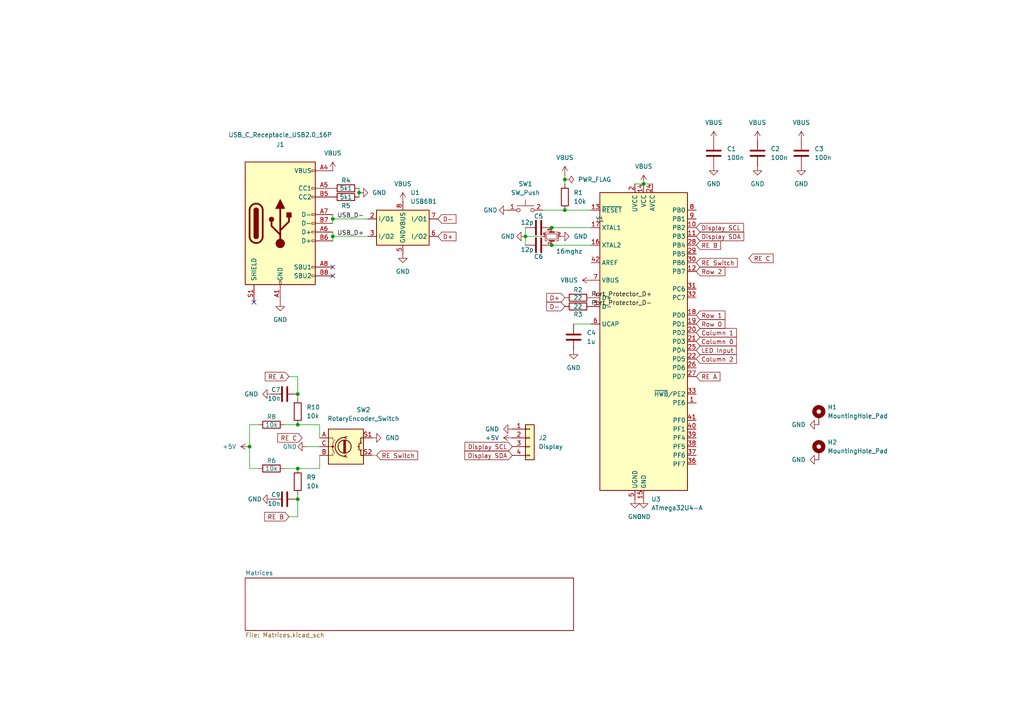
<source format=kicad_sch>
(kicad_sch
	(version 20231120)
	(generator "eeschema")
	(generator_version "8.0")
	(uuid "7ab8ba5b-47b0-433d-b4df-c107ac17d390")
	(paper "A4")
	(lib_symbols
		(symbol "Connector:USB_C_Receptacle_USB2.0_16P"
			(pin_names
				(offset 1.016)
			)
			(exclude_from_sim no)
			(in_bom yes)
			(on_board yes)
			(property "Reference" "J"
				(at 0 22.225 0)
				(effects
					(font
						(size 1.27 1.27)
					)
				)
			)
			(property "Value" "USB_C_Receptacle_USB2.0_16P"
				(at 0 19.685 0)
				(effects
					(font
						(size 1.27 1.27)
					)
				)
			)
			(property "Footprint" ""
				(at 3.81 0 0)
				(effects
					(font
						(size 1.27 1.27)
					)
					(hide yes)
				)
			)
			(property "Datasheet" "https://www.usb.org/sites/default/files/documents/usb_type-c.zip"
				(at 3.81 0 0)
				(effects
					(font
						(size 1.27 1.27)
					)
					(hide yes)
				)
			)
			(property "Description" "USB 2.0-only 16P Type-C Receptacle connector"
				(at 0 0 0)
				(effects
					(font
						(size 1.27 1.27)
					)
					(hide yes)
				)
			)
			(property "ki_keywords" "usb universal serial bus type-C USB2.0"
				(at 0 0 0)
				(effects
					(font
						(size 1.27 1.27)
					)
					(hide yes)
				)
			)
			(property "ki_fp_filters" "USB*C*Receptacle*"
				(at 0 0 0)
				(effects
					(font
						(size 1.27 1.27)
					)
					(hide yes)
				)
			)
			(symbol "USB_C_Receptacle_USB2.0_16P_0_0"
				(rectangle
					(start -0.254 -17.78)
					(end 0.254 -16.764)
					(stroke
						(width 0)
						(type default)
					)
					(fill
						(type none)
					)
				)
				(rectangle
					(start 10.16 -14.986)
					(end 9.144 -15.494)
					(stroke
						(width 0)
						(type default)
					)
					(fill
						(type none)
					)
				)
				(rectangle
					(start 10.16 -12.446)
					(end 9.144 -12.954)
					(stroke
						(width 0)
						(type default)
					)
					(fill
						(type none)
					)
				)
				(rectangle
					(start 10.16 -4.826)
					(end 9.144 -5.334)
					(stroke
						(width 0)
						(type default)
					)
					(fill
						(type none)
					)
				)
				(rectangle
					(start 10.16 -2.286)
					(end 9.144 -2.794)
					(stroke
						(width 0)
						(type default)
					)
					(fill
						(type none)
					)
				)
				(rectangle
					(start 10.16 0.254)
					(end 9.144 -0.254)
					(stroke
						(width 0)
						(type default)
					)
					(fill
						(type none)
					)
				)
				(rectangle
					(start 10.16 2.794)
					(end 9.144 2.286)
					(stroke
						(width 0)
						(type default)
					)
					(fill
						(type none)
					)
				)
				(rectangle
					(start 10.16 7.874)
					(end 9.144 7.366)
					(stroke
						(width 0)
						(type default)
					)
					(fill
						(type none)
					)
				)
				(rectangle
					(start 10.16 10.414)
					(end 9.144 9.906)
					(stroke
						(width 0)
						(type default)
					)
					(fill
						(type none)
					)
				)
				(rectangle
					(start 10.16 15.494)
					(end 9.144 14.986)
					(stroke
						(width 0)
						(type default)
					)
					(fill
						(type none)
					)
				)
			)
			(symbol "USB_C_Receptacle_USB2.0_16P_0_1"
				(rectangle
					(start -10.16 17.78)
					(end 10.16 -17.78)
					(stroke
						(width 0.254)
						(type default)
					)
					(fill
						(type background)
					)
				)
				(arc
					(start -8.89 -3.81)
					(mid -6.985 -5.7067)
					(end -5.08 -3.81)
					(stroke
						(width 0.508)
						(type default)
					)
					(fill
						(type none)
					)
				)
				(arc
					(start -7.62 -3.81)
					(mid -6.985 -4.4423)
					(end -6.35 -3.81)
					(stroke
						(width 0.254)
						(type default)
					)
					(fill
						(type none)
					)
				)
				(arc
					(start -7.62 -3.81)
					(mid -6.985 -4.4423)
					(end -6.35 -3.81)
					(stroke
						(width 0.254)
						(type default)
					)
					(fill
						(type outline)
					)
				)
				(rectangle
					(start -7.62 -3.81)
					(end -6.35 3.81)
					(stroke
						(width 0.254)
						(type default)
					)
					(fill
						(type outline)
					)
				)
				(arc
					(start -6.35 3.81)
					(mid -6.985 4.4423)
					(end -7.62 3.81)
					(stroke
						(width 0.254)
						(type default)
					)
					(fill
						(type none)
					)
				)
				(arc
					(start -6.35 3.81)
					(mid -6.985 4.4423)
					(end -7.62 3.81)
					(stroke
						(width 0.254)
						(type default)
					)
					(fill
						(type outline)
					)
				)
				(arc
					(start -5.08 3.81)
					(mid -6.985 5.7067)
					(end -8.89 3.81)
					(stroke
						(width 0.508)
						(type default)
					)
					(fill
						(type none)
					)
				)
				(circle
					(center -2.54 1.143)
					(radius 0.635)
					(stroke
						(width 0.254)
						(type default)
					)
					(fill
						(type outline)
					)
				)
				(circle
					(center 0 -5.842)
					(radius 1.27)
					(stroke
						(width 0)
						(type default)
					)
					(fill
						(type outline)
					)
				)
				(polyline
					(pts
						(xy -8.89 -3.81) (xy -8.89 3.81)
					)
					(stroke
						(width 0.508)
						(type default)
					)
					(fill
						(type none)
					)
				)
				(polyline
					(pts
						(xy -5.08 3.81) (xy -5.08 -3.81)
					)
					(stroke
						(width 0.508)
						(type default)
					)
					(fill
						(type none)
					)
				)
				(polyline
					(pts
						(xy 0 -5.842) (xy 0 4.318)
					)
					(stroke
						(width 0.508)
						(type default)
					)
					(fill
						(type none)
					)
				)
				(polyline
					(pts
						(xy 0 -3.302) (xy -2.54 -0.762) (xy -2.54 0.508)
					)
					(stroke
						(width 0.508)
						(type default)
					)
					(fill
						(type none)
					)
				)
				(polyline
					(pts
						(xy 0 -2.032) (xy 2.54 0.508) (xy 2.54 1.778)
					)
					(stroke
						(width 0.508)
						(type default)
					)
					(fill
						(type none)
					)
				)
				(polyline
					(pts
						(xy -1.27 4.318) (xy 0 6.858) (xy 1.27 4.318) (xy -1.27 4.318)
					)
					(stroke
						(width 0.254)
						(type default)
					)
					(fill
						(type outline)
					)
				)
				(rectangle
					(start 1.905 1.778)
					(end 3.175 3.048)
					(stroke
						(width 0.254)
						(type default)
					)
					(fill
						(type outline)
					)
				)
			)
			(symbol "USB_C_Receptacle_USB2.0_16P_1_1"
				(pin passive line
					(at 0 -22.86 90)
					(length 5.08)
					(name "GND"
						(effects
							(font
								(size 1.27 1.27)
							)
						)
					)
					(number "A1"
						(effects
							(font
								(size 1.27 1.27)
							)
						)
					)
				)
				(pin passive line
					(at 0 -22.86 90)
					(length 5.08) hide
					(name "GND"
						(effects
							(font
								(size 1.27 1.27)
							)
						)
					)
					(number "A12"
						(effects
							(font
								(size 1.27 1.27)
							)
						)
					)
				)
				(pin passive line
					(at 15.24 15.24 180)
					(length 5.08)
					(name "VBUS"
						(effects
							(font
								(size 1.27 1.27)
							)
						)
					)
					(number "A4"
						(effects
							(font
								(size 1.27 1.27)
							)
						)
					)
				)
				(pin bidirectional line
					(at 15.24 10.16 180)
					(length 5.08)
					(name "CC1"
						(effects
							(font
								(size 1.27 1.27)
							)
						)
					)
					(number "A5"
						(effects
							(font
								(size 1.27 1.27)
							)
						)
					)
				)
				(pin bidirectional line
					(at 15.24 -2.54 180)
					(length 5.08)
					(name "D+"
						(effects
							(font
								(size 1.27 1.27)
							)
						)
					)
					(number "A6"
						(effects
							(font
								(size 1.27 1.27)
							)
						)
					)
				)
				(pin bidirectional line
					(at 15.24 2.54 180)
					(length 5.08)
					(name "D-"
						(effects
							(font
								(size 1.27 1.27)
							)
						)
					)
					(number "A7"
						(effects
							(font
								(size 1.27 1.27)
							)
						)
					)
				)
				(pin bidirectional line
					(at 15.24 -12.7 180)
					(length 5.08)
					(name "SBU1"
						(effects
							(font
								(size 1.27 1.27)
							)
						)
					)
					(number "A8"
						(effects
							(font
								(size 1.27 1.27)
							)
						)
					)
				)
				(pin passive line
					(at 15.24 15.24 180)
					(length 5.08) hide
					(name "VBUS"
						(effects
							(font
								(size 1.27 1.27)
							)
						)
					)
					(number "A9"
						(effects
							(font
								(size 1.27 1.27)
							)
						)
					)
				)
				(pin passive line
					(at 0 -22.86 90)
					(length 5.08) hide
					(name "GND"
						(effects
							(font
								(size 1.27 1.27)
							)
						)
					)
					(number "B1"
						(effects
							(font
								(size 1.27 1.27)
							)
						)
					)
				)
				(pin passive line
					(at 0 -22.86 90)
					(length 5.08) hide
					(name "GND"
						(effects
							(font
								(size 1.27 1.27)
							)
						)
					)
					(number "B12"
						(effects
							(font
								(size 1.27 1.27)
							)
						)
					)
				)
				(pin passive line
					(at 15.24 15.24 180)
					(length 5.08) hide
					(name "VBUS"
						(effects
							(font
								(size 1.27 1.27)
							)
						)
					)
					(number "B4"
						(effects
							(font
								(size 1.27 1.27)
							)
						)
					)
				)
				(pin bidirectional line
					(at 15.24 7.62 180)
					(length 5.08)
					(name "CC2"
						(effects
							(font
								(size 1.27 1.27)
							)
						)
					)
					(number "B5"
						(effects
							(font
								(size 1.27 1.27)
							)
						)
					)
				)
				(pin bidirectional line
					(at 15.24 -5.08 180)
					(length 5.08)
					(name "D+"
						(effects
							(font
								(size 1.27 1.27)
							)
						)
					)
					(number "B6"
						(effects
							(font
								(size 1.27 1.27)
							)
						)
					)
				)
				(pin bidirectional line
					(at 15.24 0 180)
					(length 5.08)
					(name "D-"
						(effects
							(font
								(size 1.27 1.27)
							)
						)
					)
					(number "B7"
						(effects
							(font
								(size 1.27 1.27)
							)
						)
					)
				)
				(pin bidirectional line
					(at 15.24 -15.24 180)
					(length 5.08)
					(name "SBU2"
						(effects
							(font
								(size 1.27 1.27)
							)
						)
					)
					(number "B8"
						(effects
							(font
								(size 1.27 1.27)
							)
						)
					)
				)
				(pin passive line
					(at 15.24 15.24 180)
					(length 5.08) hide
					(name "VBUS"
						(effects
							(font
								(size 1.27 1.27)
							)
						)
					)
					(number "B9"
						(effects
							(font
								(size 1.27 1.27)
							)
						)
					)
				)
				(pin passive line
					(at -7.62 -22.86 90)
					(length 5.08)
					(name "SHIELD"
						(effects
							(font
								(size 1.27 1.27)
							)
						)
					)
					(number "S1"
						(effects
							(font
								(size 1.27 1.27)
							)
						)
					)
				)
			)
		)
		(symbol "Connector_Generic:Conn_01x04"
			(pin_names
				(offset 1.016) hide)
			(exclude_from_sim no)
			(in_bom yes)
			(on_board yes)
			(property "Reference" "J"
				(at 0 5.08 0)
				(effects
					(font
						(size 1.27 1.27)
					)
				)
			)
			(property "Value" "Conn_01x04"
				(at 0 -7.62 0)
				(effects
					(font
						(size 1.27 1.27)
					)
				)
			)
			(property "Footprint" ""
				(at 0 0 0)
				(effects
					(font
						(size 1.27 1.27)
					)
					(hide yes)
				)
			)
			(property "Datasheet" "~"
				(at 0 0 0)
				(effects
					(font
						(size 1.27 1.27)
					)
					(hide yes)
				)
			)
			(property "Description" "Generic connector, single row, 01x04, script generated (kicad-library-utils/schlib/autogen/connector/)"
				(at 0 0 0)
				(effects
					(font
						(size 1.27 1.27)
					)
					(hide yes)
				)
			)
			(property "ki_keywords" "connector"
				(at 0 0 0)
				(effects
					(font
						(size 1.27 1.27)
					)
					(hide yes)
				)
			)
			(property "ki_fp_filters" "Connector*:*_1x??_*"
				(at 0 0 0)
				(effects
					(font
						(size 1.27 1.27)
					)
					(hide yes)
				)
			)
			(symbol "Conn_01x04_1_1"
				(rectangle
					(start -1.27 -4.953)
					(end 0 -5.207)
					(stroke
						(width 0.1524)
						(type default)
					)
					(fill
						(type none)
					)
				)
				(rectangle
					(start -1.27 -2.413)
					(end 0 -2.667)
					(stroke
						(width 0.1524)
						(type default)
					)
					(fill
						(type none)
					)
				)
				(rectangle
					(start -1.27 0.127)
					(end 0 -0.127)
					(stroke
						(width 0.1524)
						(type default)
					)
					(fill
						(type none)
					)
				)
				(rectangle
					(start -1.27 2.667)
					(end 0 2.413)
					(stroke
						(width 0.1524)
						(type default)
					)
					(fill
						(type none)
					)
				)
				(rectangle
					(start -1.27 3.81)
					(end 1.27 -6.35)
					(stroke
						(width 0.254)
						(type default)
					)
					(fill
						(type background)
					)
				)
				(pin passive line
					(at -5.08 2.54 0)
					(length 3.81)
					(name "Pin_1"
						(effects
							(font
								(size 1.27 1.27)
							)
						)
					)
					(number "1"
						(effects
							(font
								(size 1.27 1.27)
							)
						)
					)
				)
				(pin passive line
					(at -5.08 0 0)
					(length 3.81)
					(name "Pin_2"
						(effects
							(font
								(size 1.27 1.27)
							)
						)
					)
					(number "2"
						(effects
							(font
								(size 1.27 1.27)
							)
						)
					)
				)
				(pin passive line
					(at -5.08 -2.54 0)
					(length 3.81)
					(name "Pin_3"
						(effects
							(font
								(size 1.27 1.27)
							)
						)
					)
					(number "3"
						(effects
							(font
								(size 1.27 1.27)
							)
						)
					)
				)
				(pin passive line
					(at -5.08 -5.08 0)
					(length 3.81)
					(name "Pin_4"
						(effects
							(font
								(size 1.27 1.27)
							)
						)
					)
					(number "4"
						(effects
							(font
								(size 1.27 1.27)
							)
						)
					)
				)
			)
		)
		(symbol "Device:C"
			(pin_numbers hide)
			(pin_names
				(offset 0.254)
			)
			(exclude_from_sim no)
			(in_bom yes)
			(on_board yes)
			(property "Reference" "C"
				(at 0.635 2.54 0)
				(effects
					(font
						(size 1.27 1.27)
					)
					(justify left)
				)
			)
			(property "Value" "C"
				(at 0.635 -2.54 0)
				(effects
					(font
						(size 1.27 1.27)
					)
					(justify left)
				)
			)
			(property "Footprint" ""
				(at 0.9652 -3.81 0)
				(effects
					(font
						(size 1.27 1.27)
					)
					(hide yes)
				)
			)
			(property "Datasheet" "~"
				(at 0 0 0)
				(effects
					(font
						(size 1.27 1.27)
					)
					(hide yes)
				)
			)
			(property "Description" "Unpolarized capacitor"
				(at 0 0 0)
				(effects
					(font
						(size 1.27 1.27)
					)
					(hide yes)
				)
			)
			(property "ki_keywords" "cap capacitor"
				(at 0 0 0)
				(effects
					(font
						(size 1.27 1.27)
					)
					(hide yes)
				)
			)
			(property "ki_fp_filters" "C_*"
				(at 0 0 0)
				(effects
					(font
						(size 1.27 1.27)
					)
					(hide yes)
				)
			)
			(symbol "C_0_1"
				(polyline
					(pts
						(xy -2.032 -0.762) (xy 2.032 -0.762)
					)
					(stroke
						(width 0.508)
						(type default)
					)
					(fill
						(type none)
					)
				)
				(polyline
					(pts
						(xy -2.032 0.762) (xy 2.032 0.762)
					)
					(stroke
						(width 0.508)
						(type default)
					)
					(fill
						(type none)
					)
				)
			)
			(symbol "C_1_1"
				(pin passive line
					(at 0 3.81 270)
					(length 2.794)
					(name "~"
						(effects
							(font
								(size 1.27 1.27)
							)
						)
					)
					(number "1"
						(effects
							(font
								(size 1.27 1.27)
							)
						)
					)
				)
				(pin passive line
					(at 0 -3.81 90)
					(length 2.794)
					(name "~"
						(effects
							(font
								(size 1.27 1.27)
							)
						)
					)
					(number "2"
						(effects
							(font
								(size 1.27 1.27)
							)
						)
					)
				)
			)
		)
		(symbol "Device:Crystal_GND24_Small"
			(pin_names
				(offset 1.016) hide)
			(exclude_from_sim no)
			(in_bom yes)
			(on_board yes)
			(property "Reference" "Y"
				(at 1.27 4.445 0)
				(effects
					(font
						(size 1.27 1.27)
					)
					(justify left)
				)
			)
			(property "Value" "Crystal_GND24_Small"
				(at 1.27 2.54 0)
				(effects
					(font
						(size 1.27 1.27)
					)
					(justify left)
				)
			)
			(property "Footprint" ""
				(at 0 0 0)
				(effects
					(font
						(size 1.27 1.27)
					)
					(hide yes)
				)
			)
			(property "Datasheet" "~"
				(at 0 0 0)
				(effects
					(font
						(size 1.27 1.27)
					)
					(hide yes)
				)
			)
			(property "Description" "Four pin crystal, GND on pins 2 and 4, small symbol"
				(at 0 0 0)
				(effects
					(font
						(size 1.27 1.27)
					)
					(hide yes)
				)
			)
			(property "ki_keywords" "quartz ceramic resonator oscillator"
				(at 0 0 0)
				(effects
					(font
						(size 1.27 1.27)
					)
					(hide yes)
				)
			)
			(property "ki_fp_filters" "Crystal*"
				(at 0 0 0)
				(effects
					(font
						(size 1.27 1.27)
					)
					(hide yes)
				)
			)
			(symbol "Crystal_GND24_Small_0_1"
				(rectangle
					(start -0.762 -1.524)
					(end 0.762 1.524)
					(stroke
						(width 0)
						(type default)
					)
					(fill
						(type none)
					)
				)
				(polyline
					(pts
						(xy -1.27 -0.762) (xy -1.27 0.762)
					)
					(stroke
						(width 0.381)
						(type default)
					)
					(fill
						(type none)
					)
				)
				(polyline
					(pts
						(xy 1.27 -0.762) (xy 1.27 0.762)
					)
					(stroke
						(width 0.381)
						(type default)
					)
					(fill
						(type none)
					)
				)
				(polyline
					(pts
						(xy -1.27 -1.27) (xy -1.27 -1.905) (xy 1.27 -1.905) (xy 1.27 -1.27)
					)
					(stroke
						(width 0)
						(type default)
					)
					(fill
						(type none)
					)
				)
				(polyline
					(pts
						(xy -1.27 1.27) (xy -1.27 1.905) (xy 1.27 1.905) (xy 1.27 1.27)
					)
					(stroke
						(width 0)
						(type default)
					)
					(fill
						(type none)
					)
				)
			)
			(symbol "Crystal_GND24_Small_1_1"
				(pin passive line
					(at -2.54 0 0)
					(length 1.27)
					(name "1"
						(effects
							(font
								(size 1.27 1.27)
							)
						)
					)
					(number "1"
						(effects
							(font
								(size 0.762 0.762)
							)
						)
					)
				)
				(pin passive line
					(at 0 -2.54 90)
					(length 0.635)
					(name "2"
						(effects
							(font
								(size 1.27 1.27)
							)
						)
					)
					(number "2"
						(effects
							(font
								(size 0.762 0.762)
							)
						)
					)
				)
				(pin passive line
					(at 2.54 0 180)
					(length 1.27)
					(name "3"
						(effects
							(font
								(size 1.27 1.27)
							)
						)
					)
					(number "3"
						(effects
							(font
								(size 0.762 0.762)
							)
						)
					)
				)
				(pin passive line
					(at 0 2.54 270)
					(length 0.635)
					(name "4"
						(effects
							(font
								(size 1.27 1.27)
							)
						)
					)
					(number "4"
						(effects
							(font
								(size 0.762 0.762)
							)
						)
					)
				)
			)
		)
		(symbol "Device:R"
			(pin_numbers hide)
			(pin_names
				(offset 0)
			)
			(exclude_from_sim no)
			(in_bom yes)
			(on_board yes)
			(property "Reference" "R"
				(at 2.032 0 90)
				(effects
					(font
						(size 1.27 1.27)
					)
				)
			)
			(property "Value" "R"
				(at 0 0 90)
				(effects
					(font
						(size 1.27 1.27)
					)
				)
			)
			(property "Footprint" ""
				(at -1.778 0 90)
				(effects
					(font
						(size 1.27 1.27)
					)
					(hide yes)
				)
			)
			(property "Datasheet" "~"
				(at 0 0 0)
				(effects
					(font
						(size 1.27 1.27)
					)
					(hide yes)
				)
			)
			(property "Description" "Resistor"
				(at 0 0 0)
				(effects
					(font
						(size 1.27 1.27)
					)
					(hide yes)
				)
			)
			(property "ki_keywords" "R res resistor"
				(at 0 0 0)
				(effects
					(font
						(size 1.27 1.27)
					)
					(hide yes)
				)
			)
			(property "ki_fp_filters" "R_*"
				(at 0 0 0)
				(effects
					(font
						(size 1.27 1.27)
					)
					(hide yes)
				)
			)
			(symbol "R_0_1"
				(rectangle
					(start -1.016 -2.54)
					(end 1.016 2.54)
					(stroke
						(width 0.254)
						(type default)
					)
					(fill
						(type none)
					)
				)
			)
			(symbol "R_1_1"
				(pin passive line
					(at 0 3.81 270)
					(length 1.27)
					(name "~"
						(effects
							(font
								(size 1.27 1.27)
							)
						)
					)
					(number "1"
						(effects
							(font
								(size 1.27 1.27)
							)
						)
					)
				)
				(pin passive line
					(at 0 -3.81 90)
					(length 1.27)
					(name "~"
						(effects
							(font
								(size 1.27 1.27)
							)
						)
					)
					(number "2"
						(effects
							(font
								(size 1.27 1.27)
							)
						)
					)
				)
			)
		)
		(symbol "Device:RotaryEncoder_Switch"
			(pin_names
				(offset 0.254) hide)
			(exclude_from_sim no)
			(in_bom yes)
			(on_board yes)
			(property "Reference" "SW"
				(at 0 6.604 0)
				(effects
					(font
						(size 1.27 1.27)
					)
				)
			)
			(property "Value" "RotaryEncoder_Switch"
				(at 0 -6.604 0)
				(effects
					(font
						(size 1.27 1.27)
					)
				)
			)
			(property "Footprint" ""
				(at -3.81 4.064 0)
				(effects
					(font
						(size 1.27 1.27)
					)
					(hide yes)
				)
			)
			(property "Datasheet" "~"
				(at 0 6.604 0)
				(effects
					(font
						(size 1.27 1.27)
					)
					(hide yes)
				)
			)
			(property "Description" "Rotary encoder, dual channel, incremental quadrate outputs, with switch"
				(at 0 0 0)
				(effects
					(font
						(size 1.27 1.27)
					)
					(hide yes)
				)
			)
			(property "ki_keywords" "rotary switch encoder switch push button"
				(at 0 0 0)
				(effects
					(font
						(size 1.27 1.27)
					)
					(hide yes)
				)
			)
			(property "ki_fp_filters" "RotaryEncoder*Switch*"
				(at 0 0 0)
				(effects
					(font
						(size 1.27 1.27)
					)
					(hide yes)
				)
			)
			(symbol "RotaryEncoder_Switch_0_1"
				(rectangle
					(start -5.08 5.08)
					(end 5.08 -5.08)
					(stroke
						(width 0.254)
						(type default)
					)
					(fill
						(type background)
					)
				)
				(circle
					(center -3.81 0)
					(radius 0.254)
					(stroke
						(width 0)
						(type default)
					)
					(fill
						(type outline)
					)
				)
				(circle
					(center -0.381 0)
					(radius 1.905)
					(stroke
						(width 0.254)
						(type default)
					)
					(fill
						(type none)
					)
				)
				(arc
					(start -0.381 2.667)
					(mid -3.0988 -0.0635)
					(end -0.381 -2.794)
					(stroke
						(width 0.254)
						(type default)
					)
					(fill
						(type none)
					)
				)
				(polyline
					(pts
						(xy -0.635 -1.778) (xy -0.635 1.778)
					)
					(stroke
						(width 0.254)
						(type default)
					)
					(fill
						(type none)
					)
				)
				(polyline
					(pts
						(xy -0.381 -1.778) (xy -0.381 1.778)
					)
					(stroke
						(width 0.254)
						(type default)
					)
					(fill
						(type none)
					)
				)
				(polyline
					(pts
						(xy -0.127 1.778) (xy -0.127 -1.778)
					)
					(stroke
						(width 0.254)
						(type default)
					)
					(fill
						(type none)
					)
				)
				(polyline
					(pts
						(xy 3.81 0) (xy 3.429 0)
					)
					(stroke
						(width 0.254)
						(type default)
					)
					(fill
						(type none)
					)
				)
				(polyline
					(pts
						(xy 3.81 1.016) (xy 3.81 -1.016)
					)
					(stroke
						(width 0.254)
						(type default)
					)
					(fill
						(type none)
					)
				)
				(polyline
					(pts
						(xy -5.08 -2.54) (xy -3.81 -2.54) (xy -3.81 -2.032)
					)
					(stroke
						(width 0)
						(type default)
					)
					(fill
						(type none)
					)
				)
				(polyline
					(pts
						(xy -5.08 2.54) (xy -3.81 2.54) (xy -3.81 2.032)
					)
					(stroke
						(width 0)
						(type default)
					)
					(fill
						(type none)
					)
				)
				(polyline
					(pts
						(xy 0.254 -3.048) (xy -0.508 -2.794) (xy 0.127 -2.413)
					)
					(stroke
						(width 0.254)
						(type default)
					)
					(fill
						(type none)
					)
				)
				(polyline
					(pts
						(xy 0.254 2.921) (xy -0.508 2.667) (xy 0.127 2.286)
					)
					(stroke
						(width 0.254)
						(type default)
					)
					(fill
						(type none)
					)
				)
				(polyline
					(pts
						(xy 5.08 -2.54) (xy 4.318 -2.54) (xy 4.318 -1.016)
					)
					(stroke
						(width 0.254)
						(type default)
					)
					(fill
						(type none)
					)
				)
				(polyline
					(pts
						(xy 5.08 2.54) (xy 4.318 2.54) (xy 4.318 1.016)
					)
					(stroke
						(width 0.254)
						(type default)
					)
					(fill
						(type none)
					)
				)
				(polyline
					(pts
						(xy -5.08 0) (xy -3.81 0) (xy -3.81 -1.016) (xy -3.302 -2.032)
					)
					(stroke
						(width 0)
						(type default)
					)
					(fill
						(type none)
					)
				)
				(polyline
					(pts
						(xy -4.318 0) (xy -3.81 0) (xy -3.81 1.016) (xy -3.302 2.032)
					)
					(stroke
						(width 0)
						(type default)
					)
					(fill
						(type none)
					)
				)
				(circle
					(center 4.318 -1.016)
					(radius 0.127)
					(stroke
						(width 0.254)
						(type default)
					)
					(fill
						(type none)
					)
				)
				(circle
					(center 4.318 1.016)
					(radius 0.127)
					(stroke
						(width 0.254)
						(type default)
					)
					(fill
						(type none)
					)
				)
			)
			(symbol "RotaryEncoder_Switch_1_1"
				(pin passive line
					(at -7.62 2.54 0)
					(length 2.54)
					(name "A"
						(effects
							(font
								(size 1.27 1.27)
							)
						)
					)
					(number "A"
						(effects
							(font
								(size 1.27 1.27)
							)
						)
					)
				)
				(pin passive line
					(at -7.62 -2.54 0)
					(length 2.54)
					(name "B"
						(effects
							(font
								(size 1.27 1.27)
							)
						)
					)
					(number "B"
						(effects
							(font
								(size 1.27 1.27)
							)
						)
					)
				)
				(pin passive line
					(at -7.62 0 0)
					(length 2.54)
					(name "C"
						(effects
							(font
								(size 1.27 1.27)
							)
						)
					)
					(number "C"
						(effects
							(font
								(size 1.27 1.27)
							)
						)
					)
				)
				(pin passive line
					(at 7.62 2.54 180)
					(length 2.54)
					(name "S1"
						(effects
							(font
								(size 1.27 1.27)
							)
						)
					)
					(number "S1"
						(effects
							(font
								(size 1.27 1.27)
							)
						)
					)
				)
				(pin passive line
					(at 7.62 -2.54 180)
					(length 2.54)
					(name "S2"
						(effects
							(font
								(size 1.27 1.27)
							)
						)
					)
					(number "S2"
						(effects
							(font
								(size 1.27 1.27)
							)
						)
					)
				)
			)
		)
		(symbol "MCU_Microchip_ATmega:ATmega32U4-A"
			(exclude_from_sim no)
			(in_bom yes)
			(on_board yes)
			(property "Reference" "U"
				(at -12.7 44.45 0)
				(effects
					(font
						(size 1.27 1.27)
					)
					(justify left bottom)
				)
			)
			(property "Value" "ATmega32U4-A"
				(at 2.54 -44.45 0)
				(effects
					(font
						(size 1.27 1.27)
					)
					(justify left top)
				)
			)
			(property "Footprint" "Package_QFP:TQFP-44_10x10mm_P0.8mm"
				(at 0 0 0)
				(effects
					(font
						(size 1.27 1.27)
						(italic yes)
					)
					(hide yes)
				)
			)
			(property "Datasheet" "http://ww1.microchip.com/downloads/en/DeviceDoc/Atmel-7766-8-bit-AVR-ATmega16U4-32U4_Datasheet.pdf"
				(at 0 0 0)
				(effects
					(font
						(size 1.27 1.27)
					)
					(hide yes)
				)
			)
			(property "Description" "16MHz, 32kB Flash, 2.5kB SRAM, 1kB EEPROM, USB 2.0, TQFP-44"
				(at 0 0 0)
				(effects
					(font
						(size 1.27 1.27)
					)
					(hide yes)
				)
			)
			(property "ki_keywords" "AVR 8bit Microcontroller MegaAVR USB"
				(at 0 0 0)
				(effects
					(font
						(size 1.27 1.27)
					)
					(hide yes)
				)
			)
			(property "ki_fp_filters" "TQFP*10x10mm*P0.8mm*"
				(at 0 0 0)
				(effects
					(font
						(size 1.27 1.27)
					)
					(hide yes)
				)
			)
			(symbol "ATmega32U4-A_0_1"
				(rectangle
					(start -12.7 -43.18)
					(end 12.7 43.18)
					(stroke
						(width 0.254)
						(type default)
					)
					(fill
						(type background)
					)
				)
			)
			(symbol "ATmega32U4-A_1_1"
				(pin bidirectional line
					(at 15.24 -17.78 180)
					(length 2.54)
					(name "PE6"
						(effects
							(font
								(size 1.27 1.27)
							)
						)
					)
					(number "1"
						(effects
							(font
								(size 1.27 1.27)
							)
						)
					)
				)
				(pin bidirectional line
					(at 15.24 33.02 180)
					(length 2.54)
					(name "PB2"
						(effects
							(font
								(size 1.27 1.27)
							)
						)
					)
					(number "10"
						(effects
							(font
								(size 1.27 1.27)
							)
						)
					)
				)
				(pin bidirectional line
					(at 15.24 30.48 180)
					(length 2.54)
					(name "PB3"
						(effects
							(font
								(size 1.27 1.27)
							)
						)
					)
					(number "11"
						(effects
							(font
								(size 1.27 1.27)
							)
						)
					)
				)
				(pin bidirectional line
					(at 15.24 20.32 180)
					(length 2.54)
					(name "PB7"
						(effects
							(font
								(size 1.27 1.27)
							)
						)
					)
					(number "12"
						(effects
							(font
								(size 1.27 1.27)
							)
						)
					)
				)
				(pin input line
					(at -15.24 38.1 0)
					(length 2.54)
					(name "~{RESET}"
						(effects
							(font
								(size 1.27 1.27)
							)
						)
					)
					(number "13"
						(effects
							(font
								(size 1.27 1.27)
							)
						)
					)
				)
				(pin power_in line
					(at 0 45.72 270)
					(length 2.54)
					(name "VCC"
						(effects
							(font
								(size 1.27 1.27)
							)
						)
					)
					(number "14"
						(effects
							(font
								(size 1.27 1.27)
							)
						)
					)
				)
				(pin power_in line
					(at 0 -45.72 90)
					(length 2.54)
					(name "GND"
						(effects
							(font
								(size 1.27 1.27)
							)
						)
					)
					(number "15"
						(effects
							(font
								(size 1.27 1.27)
							)
						)
					)
				)
				(pin output line
					(at -15.24 27.94 0)
					(length 2.54)
					(name "XTAL2"
						(effects
							(font
								(size 1.27 1.27)
							)
						)
					)
					(number "16"
						(effects
							(font
								(size 1.27 1.27)
							)
						)
					)
				)
				(pin input line
					(at -15.24 33.02 0)
					(length 2.54)
					(name "XTAL1"
						(effects
							(font
								(size 1.27 1.27)
							)
						)
					)
					(number "17"
						(effects
							(font
								(size 1.27 1.27)
							)
						)
					)
				)
				(pin bidirectional line
					(at 15.24 7.62 180)
					(length 2.54)
					(name "PD0"
						(effects
							(font
								(size 1.27 1.27)
							)
						)
					)
					(number "18"
						(effects
							(font
								(size 1.27 1.27)
							)
						)
					)
				)
				(pin bidirectional line
					(at 15.24 5.08 180)
					(length 2.54)
					(name "PD1"
						(effects
							(font
								(size 1.27 1.27)
							)
						)
					)
					(number "19"
						(effects
							(font
								(size 1.27 1.27)
							)
						)
					)
				)
				(pin power_in line
					(at -2.54 45.72 270)
					(length 2.54)
					(name "UVCC"
						(effects
							(font
								(size 1.27 1.27)
							)
						)
					)
					(number "2"
						(effects
							(font
								(size 1.27 1.27)
							)
						)
					)
				)
				(pin bidirectional line
					(at 15.24 2.54 180)
					(length 2.54)
					(name "PD2"
						(effects
							(font
								(size 1.27 1.27)
							)
						)
					)
					(number "20"
						(effects
							(font
								(size 1.27 1.27)
							)
						)
					)
				)
				(pin bidirectional line
					(at 15.24 0 180)
					(length 2.54)
					(name "PD3"
						(effects
							(font
								(size 1.27 1.27)
							)
						)
					)
					(number "21"
						(effects
							(font
								(size 1.27 1.27)
							)
						)
					)
				)
				(pin bidirectional line
					(at 15.24 -5.08 180)
					(length 2.54)
					(name "PD5"
						(effects
							(font
								(size 1.27 1.27)
							)
						)
					)
					(number "22"
						(effects
							(font
								(size 1.27 1.27)
							)
						)
					)
				)
				(pin passive line
					(at 0 -45.72 90)
					(length 2.54) hide
					(name "GND"
						(effects
							(font
								(size 1.27 1.27)
							)
						)
					)
					(number "23"
						(effects
							(font
								(size 1.27 1.27)
							)
						)
					)
				)
				(pin power_in line
					(at 2.54 45.72 270)
					(length 2.54)
					(name "AVCC"
						(effects
							(font
								(size 1.27 1.27)
							)
						)
					)
					(number "24"
						(effects
							(font
								(size 1.27 1.27)
							)
						)
					)
				)
				(pin bidirectional line
					(at 15.24 -2.54 180)
					(length 2.54)
					(name "PD4"
						(effects
							(font
								(size 1.27 1.27)
							)
						)
					)
					(number "25"
						(effects
							(font
								(size 1.27 1.27)
							)
						)
					)
				)
				(pin bidirectional line
					(at 15.24 -7.62 180)
					(length 2.54)
					(name "PD6"
						(effects
							(font
								(size 1.27 1.27)
							)
						)
					)
					(number "26"
						(effects
							(font
								(size 1.27 1.27)
							)
						)
					)
				)
				(pin bidirectional line
					(at 15.24 -10.16 180)
					(length 2.54)
					(name "PD7"
						(effects
							(font
								(size 1.27 1.27)
							)
						)
					)
					(number "27"
						(effects
							(font
								(size 1.27 1.27)
							)
						)
					)
				)
				(pin bidirectional line
					(at 15.24 27.94 180)
					(length 2.54)
					(name "PB4"
						(effects
							(font
								(size 1.27 1.27)
							)
						)
					)
					(number "28"
						(effects
							(font
								(size 1.27 1.27)
							)
						)
					)
				)
				(pin bidirectional line
					(at 15.24 25.4 180)
					(length 2.54)
					(name "PB5"
						(effects
							(font
								(size 1.27 1.27)
							)
						)
					)
					(number "29"
						(effects
							(font
								(size 1.27 1.27)
							)
						)
					)
				)
				(pin bidirectional line
					(at -15.24 10.16 0)
					(length 2.54)
					(name "D-"
						(effects
							(font
								(size 1.27 1.27)
							)
						)
					)
					(number "3"
						(effects
							(font
								(size 1.27 1.27)
							)
						)
					)
				)
				(pin bidirectional line
					(at 15.24 22.86 180)
					(length 2.54)
					(name "PB6"
						(effects
							(font
								(size 1.27 1.27)
							)
						)
					)
					(number "30"
						(effects
							(font
								(size 1.27 1.27)
							)
						)
					)
				)
				(pin bidirectional line
					(at 15.24 15.24 180)
					(length 2.54)
					(name "PC6"
						(effects
							(font
								(size 1.27 1.27)
							)
						)
					)
					(number "31"
						(effects
							(font
								(size 1.27 1.27)
							)
						)
					)
				)
				(pin bidirectional line
					(at 15.24 12.7 180)
					(length 2.54)
					(name "PC7"
						(effects
							(font
								(size 1.27 1.27)
							)
						)
					)
					(number "32"
						(effects
							(font
								(size 1.27 1.27)
							)
						)
					)
				)
				(pin bidirectional line
					(at 15.24 -15.24 180)
					(length 2.54)
					(name "~{HWB}/PE2"
						(effects
							(font
								(size 1.27 1.27)
							)
						)
					)
					(number "33"
						(effects
							(font
								(size 1.27 1.27)
							)
						)
					)
				)
				(pin passive line
					(at 0 45.72 270)
					(length 2.54) hide
					(name "VCC"
						(effects
							(font
								(size 1.27 1.27)
							)
						)
					)
					(number "34"
						(effects
							(font
								(size 1.27 1.27)
							)
						)
					)
				)
				(pin passive line
					(at 0 -45.72 90)
					(length 2.54) hide
					(name "GND"
						(effects
							(font
								(size 1.27 1.27)
							)
						)
					)
					(number "35"
						(effects
							(font
								(size 1.27 1.27)
							)
						)
					)
				)
				(pin bidirectional line
					(at 15.24 -35.56 180)
					(length 2.54)
					(name "PF7"
						(effects
							(font
								(size 1.27 1.27)
							)
						)
					)
					(number "36"
						(effects
							(font
								(size 1.27 1.27)
							)
						)
					)
				)
				(pin bidirectional line
					(at 15.24 -33.02 180)
					(length 2.54)
					(name "PF6"
						(effects
							(font
								(size 1.27 1.27)
							)
						)
					)
					(number "37"
						(effects
							(font
								(size 1.27 1.27)
							)
						)
					)
				)
				(pin bidirectional line
					(at 15.24 -30.48 180)
					(length 2.54)
					(name "PF5"
						(effects
							(font
								(size 1.27 1.27)
							)
						)
					)
					(number "38"
						(effects
							(font
								(size 1.27 1.27)
							)
						)
					)
				)
				(pin bidirectional line
					(at 15.24 -27.94 180)
					(length 2.54)
					(name "PF4"
						(effects
							(font
								(size 1.27 1.27)
							)
						)
					)
					(number "39"
						(effects
							(font
								(size 1.27 1.27)
							)
						)
					)
				)
				(pin bidirectional line
					(at -15.24 12.7 0)
					(length 2.54)
					(name "D+"
						(effects
							(font
								(size 1.27 1.27)
							)
						)
					)
					(number "4"
						(effects
							(font
								(size 1.27 1.27)
							)
						)
					)
				)
				(pin bidirectional line
					(at 15.24 -25.4 180)
					(length 2.54)
					(name "PF1"
						(effects
							(font
								(size 1.27 1.27)
							)
						)
					)
					(number "40"
						(effects
							(font
								(size 1.27 1.27)
							)
						)
					)
				)
				(pin bidirectional line
					(at 15.24 -22.86 180)
					(length 2.54)
					(name "PF0"
						(effects
							(font
								(size 1.27 1.27)
							)
						)
					)
					(number "41"
						(effects
							(font
								(size 1.27 1.27)
							)
						)
					)
				)
				(pin passive line
					(at -15.24 22.86 0)
					(length 2.54)
					(name "AREF"
						(effects
							(font
								(size 1.27 1.27)
							)
						)
					)
					(number "42"
						(effects
							(font
								(size 1.27 1.27)
							)
						)
					)
				)
				(pin passive line
					(at 0 -45.72 90)
					(length 2.54) hide
					(name "GND"
						(effects
							(font
								(size 1.27 1.27)
							)
						)
					)
					(number "43"
						(effects
							(font
								(size 1.27 1.27)
							)
						)
					)
				)
				(pin passive line
					(at 2.54 45.72 270)
					(length 2.54) hide
					(name "AVCC"
						(effects
							(font
								(size 1.27 1.27)
							)
						)
					)
					(number "44"
						(effects
							(font
								(size 1.27 1.27)
							)
						)
					)
				)
				(pin passive line
					(at -2.54 -45.72 90)
					(length 2.54)
					(name "UGND"
						(effects
							(font
								(size 1.27 1.27)
							)
						)
					)
					(number "5"
						(effects
							(font
								(size 1.27 1.27)
							)
						)
					)
				)
				(pin passive line
					(at -15.24 5.08 0)
					(length 2.54)
					(name "UCAP"
						(effects
							(font
								(size 1.27 1.27)
							)
						)
					)
					(number "6"
						(effects
							(font
								(size 1.27 1.27)
							)
						)
					)
				)
				(pin input line
					(at -15.24 17.78 0)
					(length 2.54)
					(name "VBUS"
						(effects
							(font
								(size 1.27 1.27)
							)
						)
					)
					(number "7"
						(effects
							(font
								(size 1.27 1.27)
							)
						)
					)
				)
				(pin bidirectional line
					(at 15.24 38.1 180)
					(length 2.54)
					(name "PB0"
						(effects
							(font
								(size 1.27 1.27)
							)
						)
					)
					(number "8"
						(effects
							(font
								(size 1.27 1.27)
							)
						)
					)
				)
				(pin bidirectional line
					(at 15.24 35.56 180)
					(length 2.54)
					(name "PB1"
						(effects
							(font
								(size 1.27 1.27)
							)
						)
					)
					(number "9"
						(effects
							(font
								(size 1.27 1.27)
							)
						)
					)
				)
			)
		)
		(symbol "Mechanical:MountingHole_Pad"
			(pin_numbers hide)
			(pin_names
				(offset 1.016) hide)
			(exclude_from_sim yes)
			(in_bom no)
			(on_board yes)
			(property "Reference" "H"
				(at 0 6.35 0)
				(effects
					(font
						(size 1.27 1.27)
					)
				)
			)
			(property "Value" "MountingHole_Pad"
				(at 0 4.445 0)
				(effects
					(font
						(size 1.27 1.27)
					)
				)
			)
			(property "Footprint" ""
				(at 0 0 0)
				(effects
					(font
						(size 1.27 1.27)
					)
					(hide yes)
				)
			)
			(property "Datasheet" "~"
				(at 0 0 0)
				(effects
					(font
						(size 1.27 1.27)
					)
					(hide yes)
				)
			)
			(property "Description" "Mounting Hole with connection"
				(at 0 0 0)
				(effects
					(font
						(size 1.27 1.27)
					)
					(hide yes)
				)
			)
			(property "ki_keywords" "mounting hole"
				(at 0 0 0)
				(effects
					(font
						(size 1.27 1.27)
					)
					(hide yes)
				)
			)
			(property "ki_fp_filters" "MountingHole*Pad*"
				(at 0 0 0)
				(effects
					(font
						(size 1.27 1.27)
					)
					(hide yes)
				)
			)
			(symbol "MountingHole_Pad_0_1"
				(circle
					(center 0 1.27)
					(radius 1.27)
					(stroke
						(width 1.27)
						(type default)
					)
					(fill
						(type none)
					)
				)
			)
			(symbol "MountingHole_Pad_1_1"
				(pin input line
					(at 0 -2.54 90)
					(length 2.54)
					(name "1"
						(effects
							(font
								(size 1.27 1.27)
							)
						)
					)
					(number "1"
						(effects
							(font
								(size 1.27 1.27)
							)
						)
					)
				)
			)
		)
		(symbol "Power_Protection:USB6B1"
			(exclude_from_sim no)
			(in_bom yes)
			(on_board yes)
			(property "Reference" "U"
				(at 6.35 6.35 0)
				(effects
					(font
						(size 1.27 1.27)
					)
				)
			)
			(property "Value" "USB6B1"
				(at 5.08 -6.35 0)
				(effects
					(font
						(size 1.27 1.27)
					)
				)
			)
			(property "Footprint" "Package_SO:SOIC-8_3.9x4.9mm_P1.27mm"
				(at 0 0 0)
				(effects
					(font
						(size 1.27 1.27)
					)
					(hide yes)
				)
			)
			(property "Datasheet" "http://www.st.com/content/ccc/resource/technical/document/datasheet/3e/ec/b2/54/b2/76/47/90/CD00001361.pdf/files/CD00001361.pdf/jcr:content/translations/en.CD00001361.pdf"
				(at -24.13 -2.54 0)
				(effects
					(font
						(size 1.27 1.27)
					)
					(hide yes)
				)
			)
			(property "Description" "5V Data line protection"
				(at 0 0 0)
				(effects
					(font
						(size 1.27 1.27)
					)
					(hide yes)
				)
			)
			(property "ki_keywords" "ESD USB"
				(at 0 0 0)
				(effects
					(font
						(size 1.27 1.27)
					)
					(hide yes)
				)
			)
			(property "ki_fp_filters" "SOIC*3.9x4.9mm*P1.27mm*"
				(at 0 0 0)
				(effects
					(font
						(size 1.27 1.27)
					)
					(hide yes)
				)
			)
			(symbol "USB6B1_0_1"
				(rectangle
					(start -7.62 -5.08)
					(end 7.62 5.08)
					(stroke
						(width 0.254)
						(type default)
					)
					(fill
						(type background)
					)
				)
			)
			(symbol "USB6B1_1_1"
				(pin passive line
					(at 0 7.62 270)
					(length 2.54) hide
					(name "VBUS"
						(effects
							(font
								(size 1.27 1.27)
							)
						)
					)
					(number "1"
						(effects
							(font
								(size 1.27 1.27)
							)
						)
					)
				)
				(pin passive line
					(at -10.16 2.54 0)
					(length 2.54)
					(name "I/O1"
						(effects
							(font
								(size 1.27 1.27)
							)
						)
					)
					(number "2"
						(effects
							(font
								(size 1.27 1.27)
							)
						)
					)
				)
				(pin passive line
					(at -10.16 -2.54 0)
					(length 2.54)
					(name "I/O2"
						(effects
							(font
								(size 1.27 1.27)
							)
						)
					)
					(number "3"
						(effects
							(font
								(size 1.27 1.27)
							)
						)
					)
				)
				(pin passive line
					(at 0 -7.62 90)
					(length 2.54) hide
					(name "GND"
						(effects
							(font
								(size 1.27 1.27)
							)
						)
					)
					(number "4"
						(effects
							(font
								(size 1.27 1.27)
							)
						)
					)
				)
				(pin passive line
					(at 0 -7.62 90)
					(length 2.54)
					(name "GND"
						(effects
							(font
								(size 1.27 1.27)
							)
						)
					)
					(number "5"
						(effects
							(font
								(size 1.27 1.27)
							)
						)
					)
				)
				(pin passive line
					(at 10.16 -2.54 180)
					(length 2.54)
					(name "I/O2"
						(effects
							(font
								(size 1.27 1.27)
							)
						)
					)
					(number "6"
						(effects
							(font
								(size 1.27 1.27)
							)
						)
					)
				)
				(pin passive line
					(at 10.16 2.54 180)
					(length 2.54)
					(name "I/O1"
						(effects
							(font
								(size 1.27 1.27)
							)
						)
					)
					(number "7"
						(effects
							(font
								(size 1.27 1.27)
							)
						)
					)
				)
				(pin passive line
					(at 0 7.62 270)
					(length 2.54)
					(name "VBUS"
						(effects
							(font
								(size 1.27 1.27)
							)
						)
					)
					(number "8"
						(effects
							(font
								(size 1.27 1.27)
							)
						)
					)
				)
			)
		)
		(symbol "Switch:SW_Push"
			(pin_names
				(offset 1.016) hide)
			(exclude_from_sim no)
			(in_bom yes)
			(on_board yes)
			(property "Reference" "SW"
				(at 1.27 2.54 0)
				(effects
					(font
						(size 1.27 1.27)
					)
					(justify left)
				)
			)
			(property "Value" "SW_Push"
				(at 0 -1.524 0)
				(effects
					(font
						(size 1.27 1.27)
					)
				)
			)
			(property "Footprint" ""
				(at 0 5.08 0)
				(effects
					(font
						(size 1.27 1.27)
					)
					(hide yes)
				)
			)
			(property "Datasheet" "~"
				(at 0 5.08 0)
				(effects
					(font
						(size 1.27 1.27)
					)
					(hide yes)
				)
			)
			(property "Description" "Push button switch, generic, two pins"
				(at 0 0 0)
				(effects
					(font
						(size 1.27 1.27)
					)
					(hide yes)
				)
			)
			(property "ki_keywords" "switch normally-open pushbutton push-button"
				(at 0 0 0)
				(effects
					(font
						(size 1.27 1.27)
					)
					(hide yes)
				)
			)
			(symbol "SW_Push_0_1"
				(circle
					(center -2.032 0)
					(radius 0.508)
					(stroke
						(width 0)
						(type default)
					)
					(fill
						(type none)
					)
				)
				(polyline
					(pts
						(xy 0 1.27) (xy 0 3.048)
					)
					(stroke
						(width 0)
						(type default)
					)
					(fill
						(type none)
					)
				)
				(polyline
					(pts
						(xy 2.54 1.27) (xy -2.54 1.27)
					)
					(stroke
						(width 0)
						(type default)
					)
					(fill
						(type none)
					)
				)
				(circle
					(center 2.032 0)
					(radius 0.508)
					(stroke
						(width 0)
						(type default)
					)
					(fill
						(type none)
					)
				)
				(pin passive line
					(at -5.08 0 0)
					(length 2.54)
					(name "1"
						(effects
							(font
								(size 1.27 1.27)
							)
						)
					)
					(number "1"
						(effects
							(font
								(size 1.27 1.27)
							)
						)
					)
				)
				(pin passive line
					(at 5.08 0 180)
					(length 2.54)
					(name "2"
						(effects
							(font
								(size 1.27 1.27)
							)
						)
					)
					(number "2"
						(effects
							(font
								(size 1.27 1.27)
							)
						)
					)
				)
			)
		)
		(symbol "power:+5V"
			(power)
			(pin_numbers hide)
			(pin_names
				(offset 0) hide)
			(exclude_from_sim no)
			(in_bom yes)
			(on_board yes)
			(property "Reference" "#PWR"
				(at 0 -3.81 0)
				(effects
					(font
						(size 1.27 1.27)
					)
					(hide yes)
				)
			)
			(property "Value" "+5V"
				(at 0 3.556 0)
				(effects
					(font
						(size 1.27 1.27)
					)
				)
			)
			(property "Footprint" ""
				(at 0 0 0)
				(effects
					(font
						(size 1.27 1.27)
					)
					(hide yes)
				)
			)
			(property "Datasheet" ""
				(at 0 0 0)
				(effects
					(font
						(size 1.27 1.27)
					)
					(hide yes)
				)
			)
			(property "Description" "Power symbol creates a global label with name \"+5V\""
				(at 0 0 0)
				(effects
					(font
						(size 1.27 1.27)
					)
					(hide yes)
				)
			)
			(property "ki_keywords" "global power"
				(at 0 0 0)
				(effects
					(font
						(size 1.27 1.27)
					)
					(hide yes)
				)
			)
			(symbol "+5V_0_1"
				(polyline
					(pts
						(xy -0.762 1.27) (xy 0 2.54)
					)
					(stroke
						(width 0)
						(type default)
					)
					(fill
						(type none)
					)
				)
				(polyline
					(pts
						(xy 0 0) (xy 0 2.54)
					)
					(stroke
						(width 0)
						(type default)
					)
					(fill
						(type none)
					)
				)
				(polyline
					(pts
						(xy 0 2.54) (xy 0.762 1.27)
					)
					(stroke
						(width 0)
						(type default)
					)
					(fill
						(type none)
					)
				)
			)
			(symbol "+5V_1_1"
				(pin power_in line
					(at 0 0 90)
					(length 0)
					(name "~"
						(effects
							(font
								(size 1.27 1.27)
							)
						)
					)
					(number "1"
						(effects
							(font
								(size 1.27 1.27)
							)
						)
					)
				)
			)
		)
		(symbol "power:GND"
			(power)
			(pin_numbers hide)
			(pin_names
				(offset 0) hide)
			(exclude_from_sim no)
			(in_bom yes)
			(on_board yes)
			(property "Reference" "#PWR"
				(at 0 -6.35 0)
				(effects
					(font
						(size 1.27 1.27)
					)
					(hide yes)
				)
			)
			(property "Value" "GND"
				(at 0 -3.81 0)
				(effects
					(font
						(size 1.27 1.27)
					)
				)
			)
			(property "Footprint" ""
				(at 0 0 0)
				(effects
					(font
						(size 1.27 1.27)
					)
					(hide yes)
				)
			)
			(property "Datasheet" ""
				(at 0 0 0)
				(effects
					(font
						(size 1.27 1.27)
					)
					(hide yes)
				)
			)
			(property "Description" "Power symbol creates a global label with name \"GND\" , ground"
				(at 0 0 0)
				(effects
					(font
						(size 1.27 1.27)
					)
					(hide yes)
				)
			)
			(property "ki_keywords" "global power"
				(at 0 0 0)
				(effects
					(font
						(size 1.27 1.27)
					)
					(hide yes)
				)
			)
			(symbol "GND_0_1"
				(polyline
					(pts
						(xy 0 0) (xy 0 -1.27) (xy 1.27 -1.27) (xy 0 -2.54) (xy -1.27 -1.27) (xy 0 -1.27)
					)
					(stroke
						(width 0)
						(type default)
					)
					(fill
						(type none)
					)
				)
			)
			(symbol "GND_1_1"
				(pin power_in line
					(at 0 0 270)
					(length 0)
					(name "~"
						(effects
							(font
								(size 1.27 1.27)
							)
						)
					)
					(number "1"
						(effects
							(font
								(size 1.27 1.27)
							)
						)
					)
				)
			)
		)
		(symbol "power:PWR_FLAG"
			(power)
			(pin_numbers hide)
			(pin_names
				(offset 0) hide)
			(exclude_from_sim no)
			(in_bom yes)
			(on_board yes)
			(property "Reference" "#FLG"
				(at 0 1.905 0)
				(effects
					(font
						(size 1.27 1.27)
					)
					(hide yes)
				)
			)
			(property "Value" "PWR_FLAG"
				(at 0 3.81 0)
				(effects
					(font
						(size 1.27 1.27)
					)
				)
			)
			(property "Footprint" ""
				(at 0 0 0)
				(effects
					(font
						(size 1.27 1.27)
					)
					(hide yes)
				)
			)
			(property "Datasheet" "~"
				(at 0 0 0)
				(effects
					(font
						(size 1.27 1.27)
					)
					(hide yes)
				)
			)
			(property "Description" "Special symbol for telling ERC where power comes from"
				(at 0 0 0)
				(effects
					(font
						(size 1.27 1.27)
					)
					(hide yes)
				)
			)
			(property "ki_keywords" "flag power"
				(at 0 0 0)
				(effects
					(font
						(size 1.27 1.27)
					)
					(hide yes)
				)
			)
			(symbol "PWR_FLAG_0_0"
				(pin power_out line
					(at 0 0 90)
					(length 0)
					(name "~"
						(effects
							(font
								(size 1.27 1.27)
							)
						)
					)
					(number "1"
						(effects
							(font
								(size 1.27 1.27)
							)
						)
					)
				)
			)
			(symbol "PWR_FLAG_0_1"
				(polyline
					(pts
						(xy 0 0) (xy 0 1.27) (xy -1.016 1.905) (xy 0 2.54) (xy 1.016 1.905) (xy 0 1.27)
					)
					(stroke
						(width 0)
						(type default)
					)
					(fill
						(type none)
					)
				)
			)
		)
		(symbol "power:VBUS"
			(power)
			(pin_numbers hide)
			(pin_names
				(offset 0) hide)
			(exclude_from_sim no)
			(in_bom yes)
			(on_board yes)
			(property "Reference" "#PWR"
				(at 0 -3.81 0)
				(effects
					(font
						(size 1.27 1.27)
					)
					(hide yes)
				)
			)
			(property "Value" "VBUS"
				(at 0 3.556 0)
				(effects
					(font
						(size 1.27 1.27)
					)
				)
			)
			(property "Footprint" ""
				(at 0 0 0)
				(effects
					(font
						(size 1.27 1.27)
					)
					(hide yes)
				)
			)
			(property "Datasheet" ""
				(at 0 0 0)
				(effects
					(font
						(size 1.27 1.27)
					)
					(hide yes)
				)
			)
			(property "Description" "Power symbol creates a global label with name \"VBUS\""
				(at 0 0 0)
				(effects
					(font
						(size 1.27 1.27)
					)
					(hide yes)
				)
			)
			(property "ki_keywords" "global power"
				(at 0 0 0)
				(effects
					(font
						(size 1.27 1.27)
					)
					(hide yes)
				)
			)
			(symbol "VBUS_0_1"
				(polyline
					(pts
						(xy -0.762 1.27) (xy 0 2.54)
					)
					(stroke
						(width 0)
						(type default)
					)
					(fill
						(type none)
					)
				)
				(polyline
					(pts
						(xy 0 0) (xy 0 2.54)
					)
					(stroke
						(width 0)
						(type default)
					)
					(fill
						(type none)
					)
				)
				(polyline
					(pts
						(xy 0 2.54) (xy 0.762 1.27)
					)
					(stroke
						(width 0)
						(type default)
					)
					(fill
						(type none)
					)
				)
			)
			(symbol "VBUS_1_1"
				(pin power_in line
					(at 0 0 90)
					(length 0)
					(name "~"
						(effects
							(font
								(size 1.27 1.27)
							)
						)
					)
					(number "1"
						(effects
							(font
								(size 1.27 1.27)
							)
						)
					)
				)
			)
		)
	)
	(junction
		(at 152.4 68.58)
		(diameter 0)
		(color 0 0 0 0)
		(uuid "16817cb6-0313-4f0c-aba8-c0f93578cc7a")
	)
	(junction
		(at 160.02 71.12)
		(diameter 0)
		(color 0 0 0 0)
		(uuid "4619f636-db83-42d2-aefc-d5a35e4646b9")
	)
	(junction
		(at 163.83 52.07)
		(diameter 0)
		(color 0 0 0 0)
		(uuid "62d9b44b-6879-43e0-a333-2a23ab65917e")
	)
	(junction
		(at 86.36 144.78)
		(diameter 0)
		(color 0 0 0 0)
		(uuid "7347f3b3-4dbd-4dc1-8c03-742d62be361c")
	)
	(junction
		(at 86.36 114.3)
		(diameter 0)
		(color 0 0 0 0)
		(uuid "8b07d331-9729-4a77-8381-f82257ed88f0")
	)
	(junction
		(at 104.14 55.88)
		(diameter 0)
		(color 0 0 0 0)
		(uuid "a7a87da6-a610-4e70-b7bc-270341db1565")
	)
	(junction
		(at 72.39 129.54)
		(diameter 0)
		(color 0 0 0 0)
		(uuid "a9b5d2f7-73ef-4fad-a3eb-f06efeb4a6be")
	)
	(junction
		(at 160.02 66.04)
		(diameter 0)
		(color 0 0 0 0)
		(uuid "b46d677b-c9b3-41e3-ae84-fcb154cf14d0")
	)
	(junction
		(at 186.69 53.34)
		(diameter 0)
		(color 0 0 0 0)
		(uuid "c9d5b40e-91bb-43cb-8326-bae460aed236")
	)
	(junction
		(at 163.83 60.96)
		(diameter 0)
		(color 0 0 0 0)
		(uuid "cc444d15-dba9-458a-b4ea-deb66764a69f")
	)
	(junction
		(at 96.52 63.5)
		(diameter 0)
		(color 0 0 0 0)
		(uuid "d86366a0-39ab-4fcb-88ee-79dd5f821ef3")
	)
	(junction
		(at 86.36 123.19)
		(diameter 0)
		(color 0 0 0 0)
		(uuid "e28fccc6-ec52-48b3-a5d4-918cbb175d9a")
	)
	(junction
		(at 86.36 135.89)
		(diameter 0)
		(color 0 0 0 0)
		(uuid "e9b4aea4-8016-41f4-9a33-451ab2c1d3d9")
	)
	(junction
		(at 96.52 68.58)
		(diameter 0)
		(color 0 0 0 0)
		(uuid "fb4e5f0c-d72d-4fe6-9d8a-3af6b98d4078")
	)
	(no_connect
		(at 73.66 87.63)
		(uuid "0827d8d9-220f-4bc2-a6fd-127114be8bfd")
	)
	(no_connect
		(at 96.52 77.47)
		(uuid "73629bb0-1cf1-4acb-a6f8-51a82dec7a29")
	)
	(no_connect
		(at 96.52 80.01)
		(uuid "bec25dab-965c-44bb-bb02-09f8d60f46a5")
	)
	(wire
		(pts
			(xy 96.52 63.5) (xy 106.68 63.5)
		)
		(stroke
			(width 0)
			(type default)
		)
		(uuid "0b553845-c91c-425b-9899-5b0212591fa8")
	)
	(wire
		(pts
			(xy 86.36 114.3) (xy 86.36 109.22)
		)
		(stroke
			(width 0)
			(type default)
		)
		(uuid "2574c578-bc42-4fd6-9141-73fe105137a2")
	)
	(wire
		(pts
			(xy 184.15 53.34) (xy 186.69 53.34)
		)
		(stroke
			(width 0)
			(type default)
		)
		(uuid "2c6af8f2-eb82-4ee8-9e15-5e980a547bbc")
	)
	(wire
		(pts
			(xy 72.39 129.54) (xy 72.39 135.89)
		)
		(stroke
			(width 0)
			(type default)
		)
		(uuid "35c93f9f-ac18-454c-a4f2-9171af3fbcc9")
	)
	(wire
		(pts
			(xy 86.36 115.57) (xy 86.36 114.3)
		)
		(stroke
			(width 0)
			(type default)
		)
		(uuid "37e6278b-f037-4efd-99ee-feb310e4213e")
	)
	(wire
		(pts
			(xy 152.4 68.58) (xy 152.4 71.12)
		)
		(stroke
			(width 0)
			(type default)
		)
		(uuid "3974a575-5cde-4f0f-acaa-5c5b5ff2b103")
	)
	(wire
		(pts
			(xy 74.93 135.89) (xy 72.39 135.89)
		)
		(stroke
			(width 0)
			(type default)
		)
		(uuid "3d11e71b-a1f0-4181-840d-1704f9d51856")
	)
	(wire
		(pts
			(xy 96.52 67.31) (xy 96.52 68.58)
		)
		(stroke
			(width 0)
			(type default)
		)
		(uuid "43202ce6-0eeb-49d8-b379-292400a10e7e")
	)
	(wire
		(pts
			(xy 86.36 135.89) (xy 92.71 135.89)
		)
		(stroke
			(width 0)
			(type default)
		)
		(uuid "4648ca6a-4c26-426f-b74a-a69691928a6a")
	)
	(wire
		(pts
			(xy 186.69 53.34) (xy 189.23 53.34)
		)
		(stroke
			(width 0)
			(type default)
		)
		(uuid "4809120c-6c89-46d0-8690-17678d0e63f0")
	)
	(wire
		(pts
			(xy 166.37 93.98) (xy 171.45 93.98)
		)
		(stroke
			(width 0)
			(type default)
		)
		(uuid "4b44333c-12c6-458d-bc0a-66086a5e59d5")
	)
	(wire
		(pts
			(xy 157.48 60.96) (xy 163.83 60.96)
		)
		(stroke
			(width 0)
			(type default)
		)
		(uuid "4b8cfdc4-71b8-459c-a43a-537519276f53")
	)
	(wire
		(pts
			(xy 152.4 66.04) (xy 152.4 68.58)
		)
		(stroke
			(width 0)
			(type default)
		)
		(uuid "4d582402-e729-4e84-88be-be4dc2bfe500")
	)
	(wire
		(pts
			(xy 104.14 54.61) (xy 104.14 55.88)
		)
		(stroke
			(width 0)
			(type default)
		)
		(uuid "50377cf7-fb65-44f7-b4f0-5af9d6c7a640")
	)
	(wire
		(pts
			(xy 160.02 66.04) (xy 171.45 66.04)
		)
		(stroke
			(width 0)
			(type default)
		)
		(uuid "6746e455-0b61-4502-a7f6-ffc3d9d3f449")
	)
	(wire
		(pts
			(xy 72.39 123.19) (xy 72.39 129.54)
		)
		(stroke
			(width 0)
			(type default)
		)
		(uuid "67a7f1cd-4f33-42f7-8dea-2fac187de76b")
	)
	(wire
		(pts
			(xy 163.83 60.96) (xy 171.45 60.96)
		)
		(stroke
			(width 0)
			(type default)
		)
		(uuid "6b20e0a1-fe81-4cb7-8672-5f4821bda358")
	)
	(wire
		(pts
			(xy 104.14 55.88) (xy 104.14 57.15)
		)
		(stroke
			(width 0)
			(type default)
		)
		(uuid "7048b374-c936-4848-a7cb-441d31f5a560")
	)
	(wire
		(pts
			(xy 83.82 149.86) (xy 86.36 149.86)
		)
		(stroke
			(width 0)
			(type default)
		)
		(uuid "77b0ce3c-6464-479d-969f-f7bef0e74e52")
	)
	(wire
		(pts
			(xy 152.4 68.58) (xy 157.48 68.58)
		)
		(stroke
			(width 0)
			(type default)
		)
		(uuid "7f6d6e13-392e-4763-b3f6-0dd52c8a137b")
	)
	(wire
		(pts
			(xy 96.52 63.5) (xy 96.52 64.77)
		)
		(stroke
			(width 0)
			(type default)
		)
		(uuid "7fdb9ad2-61fe-4e17-95e6-ea5ade20a02b")
	)
	(wire
		(pts
			(xy 86.36 135.89) (xy 82.55 135.89)
		)
		(stroke
			(width 0)
			(type default)
		)
		(uuid "860c671a-dbfb-46cb-a81d-1def85fcf4dd")
	)
	(wire
		(pts
			(xy 92.71 132.08) (xy 92.71 135.89)
		)
		(stroke
			(width 0)
			(type default)
		)
		(uuid "8e41241c-1aa6-472f-9ef6-96796f8b2197")
	)
	(wire
		(pts
			(xy 86.36 144.78) (xy 86.36 149.86)
		)
		(stroke
			(width 0)
			(type default)
		)
		(uuid "9080bfac-c4aa-4d49-864d-f0626ccdedfd")
	)
	(wire
		(pts
			(xy 163.83 50.8) (xy 163.83 52.07)
		)
		(stroke
			(width 0)
			(type default)
		)
		(uuid "9328bdfd-ec29-4be7-8f3d-0f936cfe048b")
	)
	(wire
		(pts
			(xy 82.55 123.19) (xy 86.36 123.19)
		)
		(stroke
			(width 0)
			(type default)
		)
		(uuid "9cb80998-77f1-4599-bf90-468508bd851a")
	)
	(wire
		(pts
			(xy 160.02 71.12) (xy 171.45 71.12)
		)
		(stroke
			(width 0)
			(type default)
		)
		(uuid "9dd8c5f0-f04f-48bd-9e04-87d18d08824e")
	)
	(wire
		(pts
			(xy 96.52 62.23) (xy 96.52 63.5)
		)
		(stroke
			(width 0)
			(type default)
		)
		(uuid "ac3bcaa6-ca53-4564-9026-f5e0c03629cc")
	)
	(wire
		(pts
			(xy 96.52 68.58) (xy 106.68 68.58)
		)
		(stroke
			(width 0)
			(type default)
		)
		(uuid "ad026240-0b68-49bc-8f07-e9165afbd34e")
	)
	(wire
		(pts
			(xy 163.83 52.07) (xy 163.83 53.34)
		)
		(stroke
			(width 0)
			(type default)
		)
		(uuid "b01e9ecb-d31b-42d1-8778-db8b676900ff")
	)
	(wire
		(pts
			(xy 86.36 143.51) (xy 86.36 144.78)
		)
		(stroke
			(width 0)
			(type default)
		)
		(uuid "b920fc59-5a46-47bd-90cf-2ef73d54a6ad")
	)
	(wire
		(pts
			(xy 88.9 129.54) (xy 92.71 129.54)
		)
		(stroke
			(width 0)
			(type default)
		)
		(uuid "bd37ccc9-6d00-4870-807f-e938cb107dde")
	)
	(wire
		(pts
			(xy 86.36 123.19) (xy 92.71 123.19)
		)
		(stroke
			(width 0)
			(type default)
		)
		(uuid "bf309fc1-c5e9-4bbd-b1a4-63c781b4de1f")
	)
	(wire
		(pts
			(xy 107.95 132.08) (xy 109.22 132.08)
		)
		(stroke
			(width 0)
			(type default)
		)
		(uuid "d1d9191c-6d79-43e6-99ef-fab1f9a67ac0")
	)
	(wire
		(pts
			(xy 83.82 109.22) (xy 86.36 109.22)
		)
		(stroke
			(width 0)
			(type default)
		)
		(uuid "e181b2ec-5cc4-4f2c-9844-cb88b3d6b7ad")
	)
	(wire
		(pts
			(xy 72.39 123.19) (xy 74.93 123.19)
		)
		(stroke
			(width 0)
			(type default)
		)
		(uuid "e46c2fae-a3fd-4868-8b30-3dc678e4f9e7")
	)
	(wire
		(pts
			(xy 92.71 123.19) (xy 92.71 127)
		)
		(stroke
			(width 0)
			(type default)
		)
		(uuid "ed547758-50b0-4713-83d1-6bbd123a6800")
	)
	(wire
		(pts
			(xy 96.52 68.58) (xy 96.52 69.85)
		)
		(stroke
			(width 0)
			(type default)
		)
		(uuid "f512e516-8ef0-43bd-b218-90dae5ef9db5")
	)
	(label "Port_Protector_D-"
		(at 171.45 88.9 0)
		(fields_autoplaced yes)
		(effects
			(font
				(size 1.27 1.27)
			)
			(justify left bottom)
		)
		(uuid "4ae49059-e219-48f3-8fea-0fe7bf2a3f5a")
	)
	(label "Port_Protector_D+"
		(at 171.45 86.36 0)
		(fields_autoplaced yes)
		(effects
			(font
				(size 1.27 1.27)
			)
			(justify left bottom)
		)
		(uuid "81d50065-491f-4027-bb4b-9f498301ca86")
	)
	(label "USB_D+"
		(at 97.79 68.58 0)
		(fields_autoplaced yes)
		(effects
			(font
				(size 1.27 1.27)
			)
			(justify left bottom)
		)
		(uuid "ad21f258-c45b-4d1b-b460-e395bc87cada")
	)
	(label "USB_D-"
		(at 97.79 63.5 0)
		(fields_autoplaced yes)
		(effects
			(font
				(size 1.27 1.27)
			)
			(justify left bottom)
		)
		(uuid "eba562b0-f4ed-428c-b110-8f13887a8fae")
	)
	(global_label "D-"
		(shape input)
		(at 127 63.5 0)
		(fields_autoplaced yes)
		(effects
			(font
				(size 1.27 1.27)
			)
			(justify left)
		)
		(uuid "11275776-066b-430f-8ea7-9059297ff0ed")
		(property "Intersheetrefs" "${INTERSHEET_REFS}"
			(at 132.8276 63.5 0)
			(effects
				(font
					(size 1.27 1.27)
				)
				(justify left)
				(hide yes)
			)
		)
	)
	(global_label "RE A"
		(shape input)
		(at 201.93 109.22 0)
		(fields_autoplaced yes)
		(effects
			(font
				(size 1.27 1.27)
			)
			(justify left)
		)
		(uuid "113defb5-a6fb-49c9-adfb-2fbed5eb64a2")
		(property "Intersheetrefs" "${INTERSHEET_REFS}"
			(at 209.3904 109.22 0)
			(effects
				(font
					(size 1.27 1.27)
				)
				(justify left)
				(hide yes)
			)
		)
	)
	(global_label "Column 0"
		(shape input)
		(at 201.93 99.06 0)
		(fields_autoplaced yes)
		(effects
			(font
				(size 1.27 1.27)
			)
			(justify left)
		)
		(uuid "18e944e9-7258-4900-9bed-fc84532a4ebb")
		(property "Intersheetrefs" "${INTERSHEET_REFS}"
			(at 214.1678 99.06 0)
			(effects
				(font
					(size 1.27 1.27)
				)
				(justify left)
				(hide yes)
			)
		)
	)
	(global_label "Column 2"
		(shape input)
		(at 201.93 104.14 0)
		(fields_autoplaced yes)
		(effects
			(font
				(size 1.27 1.27)
			)
			(justify left)
		)
		(uuid "23050c07-df29-431d-ad13-0b7f8c912df9")
		(property "Intersheetrefs" "${INTERSHEET_REFS}"
			(at 214.1678 104.14 0)
			(effects
				(font
					(size 1.27 1.27)
				)
				(justify left)
				(hide yes)
			)
		)
	)
	(global_label "Row 0"
		(shape input)
		(at 201.93 93.98 0)
		(fields_autoplaced yes)
		(effects
			(font
				(size 1.27 1.27)
			)
			(justify left)
		)
		(uuid "2fedee81-6d4d-4baa-a205-bdfc86af369f")
		(property "Intersheetrefs" "${INTERSHEET_REFS}"
			(at 210.8418 93.98 0)
			(effects
				(font
					(size 1.27 1.27)
				)
				(justify left)
				(hide yes)
			)
		)
	)
	(global_label "Row 1"
		(shape input)
		(at 201.93 91.44 0)
		(fields_autoplaced yes)
		(effects
			(font
				(size 1.27 1.27)
			)
			(justify left)
		)
		(uuid "5cb28875-ff55-4717-ac7f-6f56af8901f4")
		(property "Intersheetrefs" "${INTERSHEET_REFS}"
			(at 210.8418 91.44 0)
			(effects
				(font
					(size 1.27 1.27)
				)
				(justify left)
				(hide yes)
			)
		)
	)
	(global_label "RE B"
		(shape input)
		(at 83.82 149.86 180)
		(fields_autoplaced yes)
		(effects
			(font
				(size 1.27 1.27)
			)
			(justify right)
		)
		(uuid "5ebb2612-8f53-49cd-8ef4-b68cbcc14930")
		(property "Intersheetrefs" "${INTERSHEET_REFS}"
			(at 76.1782 149.86 0)
			(effects
				(font
					(size 1.27 1.27)
				)
				(justify right)
				(hide yes)
			)
		)
	)
	(global_label "Display SDA"
		(shape input)
		(at 201.93 68.58 0)
		(fields_autoplaced yes)
		(effects
			(font
				(size 1.27 1.27)
			)
			(justify left)
		)
		(uuid "6975b766-af4f-4c93-9d6d-275f792ed4d6")
		(property "Intersheetrefs" "${INTERSHEET_REFS}"
			(at 216.2846 68.58 0)
			(effects
				(font
					(size 1.27 1.27)
				)
				(justify left)
				(hide yes)
			)
		)
	)
	(global_label "RE C"
		(shape input)
		(at 217.17 74.93 0)
		(fields_autoplaced yes)
		(effects
			(font
				(size 1.27 1.27)
			)
			(justify left)
		)
		(uuid "7f42150a-5ae1-49fe-9efd-3c130b59ef56")
		(property "Intersheetrefs" "${INTERSHEET_REFS}"
			(at 224.8118 74.93 0)
			(effects
				(font
					(size 1.27 1.27)
				)
				(justify left)
				(hide yes)
			)
		)
	)
	(global_label "D+"
		(shape input)
		(at 163.83 86.36 180)
		(fields_autoplaced yes)
		(effects
			(font
				(size 1.27 1.27)
			)
			(justify right)
		)
		(uuid "8952ee04-6d08-43d7-8425-107685caa626")
		(property "Intersheetrefs" "${INTERSHEET_REFS}"
			(at 158.0024 86.36 0)
			(effects
				(font
					(size 1.27 1.27)
				)
				(justify right)
				(hide yes)
			)
		)
	)
	(global_label "RE C"
		(shape input)
		(at 87.63 127 180)
		(fields_autoplaced yes)
		(effects
			(font
				(size 1.27 1.27)
			)
			(justify right)
		)
		(uuid "8e4f7c3a-d18d-4f82-9610-ae00a6bf66d1")
		(property "Intersheetrefs" "${INTERSHEET_REFS}"
			(at 79.9882 127 0)
			(effects
				(font
					(size 1.27 1.27)
				)
				(justify right)
				(hide yes)
			)
		)
	)
	(global_label "D+"
		(shape input)
		(at 127 68.58 0)
		(fields_autoplaced yes)
		(effects
			(font
				(size 1.27 1.27)
			)
			(justify left)
		)
		(uuid "8f121525-3ccd-4426-8d4f-0e68fc6ad9f4")
		(property "Intersheetrefs" "${INTERSHEET_REFS}"
			(at 132.8276 68.58 0)
			(effects
				(font
					(size 1.27 1.27)
				)
				(justify left)
				(hide yes)
			)
		)
	)
	(global_label "Display SCL"
		(shape input)
		(at 148.59 129.54 180)
		(fields_autoplaced yes)
		(effects
			(font
				(size 1.27 1.27)
			)
			(justify right)
		)
		(uuid "9cef7705-76c3-4601-81de-983952b1376e")
		(property "Intersheetrefs" "${INTERSHEET_REFS}"
			(at 134.2959 129.54 0)
			(effects
				(font
					(size 1.27 1.27)
				)
				(justify right)
				(hide yes)
			)
		)
	)
	(global_label "LED Input"
		(shape input)
		(at 201.93 101.6 0)
		(fields_autoplaced yes)
		(effects
			(font
				(size 1.27 1.27)
			)
			(justify left)
		)
		(uuid "a1f76972-2bd1-4831-ad91-bf058adcdc81")
		(property "Intersheetrefs" "${INTERSHEET_REFS}"
			(at 214.1074 101.6 0)
			(effects
				(font
					(size 1.27 1.27)
				)
				(justify left)
				(hide yes)
			)
		)
	)
	(global_label "Row 2"
		(shape input)
		(at 201.93 78.74 0)
		(fields_autoplaced yes)
		(effects
			(font
				(size 1.27 1.27)
			)
			(justify left)
		)
		(uuid "bbfc320d-04c4-42bf-920e-f180487353de")
		(property "Intersheetrefs" "${INTERSHEET_REFS}"
			(at 210.8418 78.74 0)
			(effects
				(font
					(size 1.27 1.27)
				)
				(justify left)
				(hide yes)
			)
		)
	)
	(global_label "D-"
		(shape input)
		(at 163.83 88.9 180)
		(fields_autoplaced yes)
		(effects
			(font
				(size 1.27 1.27)
			)
			(justify right)
		)
		(uuid "c1e4f2b8-4253-4d67-b006-61c125f8532f")
		(property "Intersheetrefs" "${INTERSHEET_REFS}"
			(at 158.0024 88.9 0)
			(effects
				(font
					(size 1.27 1.27)
				)
				(justify right)
				(hide yes)
			)
		)
	)
	(global_label "RE Switch"
		(shape input)
		(at 109.22 132.08 0)
		(fields_autoplaced yes)
		(effects
			(font
				(size 1.27 1.27)
			)
			(justify left)
		)
		(uuid "d1248322-860e-4950-8ade-fe75895f54c9")
		(property "Intersheetrefs" "${INTERSHEET_REFS}"
			(at 121.6999 132.08 0)
			(effects
				(font
					(size 1.27 1.27)
				)
				(justify left)
				(hide yes)
			)
		)
	)
	(global_label "Display SCL"
		(shape input)
		(at 201.93 66.04 0)
		(fields_autoplaced yes)
		(effects
			(font
				(size 1.27 1.27)
			)
			(justify left)
		)
		(uuid "d746121f-7a3b-4b8d-b05c-f4fccfd234b4")
		(property "Intersheetrefs" "${INTERSHEET_REFS}"
			(at 216.2241 66.04 0)
			(effects
				(font
					(size 1.27 1.27)
				)
				(justify left)
				(hide yes)
			)
		)
	)
	(global_label "Column 1"
		(shape input)
		(at 201.93 96.52 0)
		(fields_autoplaced yes)
		(effects
			(font
				(size 1.27 1.27)
			)
			(justify left)
		)
		(uuid "d9568456-9388-45f2-b0b2-38b766ef7e41")
		(property "Intersheetrefs" "${INTERSHEET_REFS}"
			(at 214.1678 96.52 0)
			(effects
				(font
					(size 1.27 1.27)
				)
				(justify left)
				(hide yes)
			)
		)
	)
	(global_label "RE Switch"
		(shape input)
		(at 201.93 76.2 0)
		(fields_autoplaced yes)
		(effects
			(font
				(size 1.27 1.27)
			)
			(justify left)
		)
		(uuid "f0c46369-0fc2-4578-84b5-c5378b6251ac")
		(property "Intersheetrefs" "${INTERSHEET_REFS}"
			(at 214.4099 76.2 0)
			(effects
				(font
					(size 1.27 1.27)
				)
				(justify left)
				(hide yes)
			)
		)
	)
	(global_label "RE B"
		(shape input)
		(at 201.93 71.12 0)
		(fields_autoplaced yes)
		(effects
			(font
				(size 1.27 1.27)
			)
			(justify left)
		)
		(uuid "f29e55fd-58c8-4505-a31b-e01542b10a14")
		(property "Intersheetrefs" "${INTERSHEET_REFS}"
			(at 209.5718 71.12 0)
			(effects
				(font
					(size 1.27 1.27)
				)
				(justify left)
				(hide yes)
			)
		)
	)
	(global_label "RE A"
		(shape input)
		(at 83.82 109.22 180)
		(fields_autoplaced yes)
		(effects
			(font
				(size 1.27 1.27)
			)
			(justify right)
		)
		(uuid "f81c7c2a-41cf-46c5-9902-d5da3b549876")
		(property "Intersheetrefs" "${INTERSHEET_REFS}"
			(at 76.3596 109.22 0)
			(effects
				(font
					(size 1.27 1.27)
				)
				(justify right)
				(hide yes)
			)
		)
	)
	(global_label "Display SDA"
		(shape input)
		(at 148.59 132.08 180)
		(fields_autoplaced yes)
		(effects
			(font
				(size 1.27 1.27)
			)
			(justify right)
		)
		(uuid "fb4454b0-f956-496a-b600-9ab383c14759")
		(property "Intersheetrefs" "${INTERSHEET_REFS}"
			(at 134.2354 132.08 0)
			(effects
				(font
					(size 1.27 1.27)
				)
				(justify right)
				(hide yes)
			)
		)
	)
	(symbol
		(lib_id "Connector:USB_C_Receptacle_USB2.0_16P")
		(at 81.28 64.77 0)
		(unit 1)
		(exclude_from_sim no)
		(in_bom yes)
		(on_board yes)
		(dnp no)
		(uuid "07db2e3a-e3f0-4e81-b3a3-b87e12733860")
		(property "Reference" "J1"
			(at 81.28 41.91 0)
			(effects
				(font
					(size 1.27 1.27)
				)
			)
		)
		(property "Value" "USB_C_Receptacle_USB2.0_16P"
			(at 81.28 39.116 0)
			(effects
				(font
					(size 1.27 1.27)
				)
			)
		)
		(property "Footprint" "ScottoKeebs_Components:USB_C_HRO_TYPE-C-31-M-12"
			(at 85.09 64.77 0)
			(effects
				(font
					(size 1.27 1.27)
				)
				(hide yes)
			)
		)
		(property "Datasheet" "https://www.usb.org/sites/default/files/documents/usb_type-c.zip"
			(at 85.09 64.77 0)
			(effects
				(font
					(size 1.27 1.27)
				)
				(hide yes)
			)
		)
		(property "Description" "USB 2.0-only 16P Type-C Receptacle connector"
			(at 81.28 64.77 0)
			(effects
				(font
					(size 1.27 1.27)
				)
				(hide yes)
			)
		)
		(pin "B9"
			(uuid "73efb530-7bcc-4b30-9197-b7b0b327d80b")
		)
		(pin "A7"
			(uuid "7454661b-614e-4fba-aabb-43a10d90e635")
		)
		(pin "A4"
			(uuid "8631b252-35c5-44a2-8fd5-a4e3543af91a")
		)
		(pin "B4"
			(uuid "9b9adf0e-dbe0-46a3-83be-0a348e4ee90b")
		)
		(pin "A12"
			(uuid "40355d3a-d7ef-4c34-a8dc-3bd6b4300c76")
		)
		(pin "B1"
			(uuid "333c7b48-264f-4dcf-9f2d-aa3ff330c7f7")
		)
		(pin "A9"
			(uuid "579ba45f-f526-4315-ba67-1dcbf67cbddd")
		)
		(pin "B12"
			(uuid "dd604cec-c03e-410c-8369-f51323e9a76f")
		)
		(pin "A5"
			(uuid "9a1ad21b-53d2-4334-8490-949e8bc79175")
		)
		(pin "B7"
			(uuid "1af7f274-2c96-4774-951d-35a03c649cfd")
		)
		(pin "A1"
			(uuid "b2ac5d8c-db44-4469-a37f-ff27591e7dcd")
		)
		(pin "A6"
			(uuid "0f428e4c-a338-46d3-9486-b8993805f4b0")
		)
		(pin "B5"
			(uuid "ff46d117-83ef-4e0f-921e-0080dd411942")
		)
		(pin "B6"
			(uuid "74a7da20-ea53-41c0-97cf-37ee6f046b41")
		)
		(pin "B8"
			(uuid "607f00cf-a238-4331-8c36-5a51a8125e7a")
		)
		(pin "S1"
			(uuid "223ddf9d-5cb5-4004-98be-d0812ecd4f08")
		)
		(pin "A8"
			(uuid "1d82fb1c-12b8-4c2c-b4ea-b4771f738de3")
		)
		(instances
			(project ""
				(path "/7ab8ba5b-47b0-433d-b4df-c107ac17d390"
					(reference "J1")
					(unit 1)
				)
			)
		)
	)
	(symbol
		(lib_id "power:VBUS")
		(at 96.52 49.53 0)
		(unit 1)
		(exclude_from_sim no)
		(in_bom yes)
		(on_board yes)
		(dnp no)
		(fields_autoplaced yes)
		(uuid "07e4fccc-9115-4291-b755-e638f15e5ce6")
		(property "Reference" "#PWR012"
			(at 96.52 53.34 0)
			(effects
				(font
					(size 1.27 1.27)
				)
				(hide yes)
			)
		)
		(property "Value" "VBUS"
			(at 96.52 44.45 0)
			(effects
				(font
					(size 1.27 1.27)
				)
			)
		)
		(property "Footprint" ""
			(at 96.52 49.53 0)
			(effects
				(font
					(size 1.27 1.27)
				)
				(hide yes)
			)
		)
		(property "Datasheet" ""
			(at 96.52 49.53 0)
			(effects
				(font
					(size 1.27 1.27)
				)
				(hide yes)
			)
		)
		(property "Description" "Power symbol creates a global label with name \"VBUS\""
			(at 96.52 49.53 0)
			(effects
				(font
					(size 1.27 1.27)
				)
				(hide yes)
			)
		)
		(pin "1"
			(uuid "73bfdf8e-09d1-4d11-b21f-258e6929a4eb")
		)
		(instances
			(project ""
				(path "/7ab8ba5b-47b0-433d-b4df-c107ac17d390"
					(reference "#PWR012")
					(unit 1)
				)
			)
		)
	)
	(symbol
		(lib_id "power:GND")
		(at 116.84 73.66 0)
		(unit 1)
		(exclude_from_sim no)
		(in_bom yes)
		(on_board yes)
		(dnp no)
		(fields_autoplaced yes)
		(uuid "0ac3b8dc-4324-4eef-8439-38712d0fa397")
		(property "Reference" "#PWR016"
			(at 116.84 80.01 0)
			(effects
				(font
					(size 1.27 1.27)
				)
				(hide yes)
			)
		)
		(property "Value" "GND"
			(at 116.84 78.74 0)
			(effects
				(font
					(size 1.27 1.27)
				)
			)
		)
		(property "Footprint" ""
			(at 116.84 73.66 0)
			(effects
				(font
					(size 1.27 1.27)
				)
				(hide yes)
			)
		)
		(property "Datasheet" ""
			(at 116.84 73.66 0)
			(effects
				(font
					(size 1.27 1.27)
				)
				(hide yes)
			)
		)
		(property "Description" "Power symbol creates a global label with name \"GND\" , ground"
			(at 116.84 73.66 0)
			(effects
				(font
					(size 1.27 1.27)
				)
				(hide yes)
			)
		)
		(pin "1"
			(uuid "e9417671-ba39-479b-82a4-d8de6e7eef02")
		)
		(instances
			(project ""
				(path "/7ab8ba5b-47b0-433d-b4df-c107ac17d390"
					(reference "#PWR016")
					(unit 1)
				)
			)
		)
	)
	(symbol
		(lib_id "Device:C")
		(at 166.37 97.79 0)
		(unit 1)
		(exclude_from_sim no)
		(in_bom yes)
		(on_board yes)
		(dnp no)
		(fields_autoplaced yes)
		(uuid "0cc9edfe-6d44-46e7-acb6-653745c58365")
		(property "Reference" "C4"
			(at 170.18 96.5199 0)
			(effects
				(font
					(size 1.27 1.27)
				)
				(justify left)
			)
		)
		(property "Value" "1u"
			(at 170.18 99.0599 0)
			(effects
				(font
					(size 1.27 1.27)
				)
				(justify left)
			)
		)
		(property "Footprint" "Capacitor_SMD:C_0402_1005Metric"
			(at 167.3352 101.6 0)
			(effects
				(font
					(size 1.27 1.27)
				)
				(hide yes)
			)
		)
		(property "Datasheet" "~"
			(at 166.37 97.79 0)
			(effects
				(font
					(size 1.27 1.27)
				)
				(hide yes)
			)
		)
		(property "Description" "Unpolarized capacitor"
			(at 166.37 97.79 0)
			(effects
				(font
					(size 1.27 1.27)
				)
				(hide yes)
			)
		)
		(pin "1"
			(uuid "317fb94e-aa95-4271-b5d1-86b525daad53")
		)
		(pin "2"
			(uuid "b20109f5-6653-47b2-a96e-688bfa7b9255")
		)
		(instances
			(project "MACROPAD"
				(path "/7ab8ba5b-47b0-433d-b4df-c107ac17d390"
					(reference "C4")
					(unit 1)
				)
			)
		)
	)
	(symbol
		(lib_id "Mechanical:MountingHole_Pad")
		(at 237.49 120.65 0)
		(unit 1)
		(exclude_from_sim yes)
		(in_bom no)
		(on_board yes)
		(dnp no)
		(fields_autoplaced yes)
		(uuid "10b035fa-b6fc-4154-98a7-63c11806ea00")
		(property "Reference" "H1"
			(at 240.03 118.1099 0)
			(effects
				(font
					(size 1.27 1.27)
				)
				(justify left)
			)
		)
		(property "Value" "MountingHole_Pad"
			(at 240.03 120.6499 0)
			(effects
				(font
					(size 1.27 1.27)
				)
				(justify left)
			)
		)
		(property "Footprint" "MountingHole:MountingHole_4.6mm"
			(at 237.49 120.65 0)
			(effects
				(font
					(size 1.27 1.27)
				)
				(hide yes)
			)
		)
		(property "Datasheet" "~"
			(at 237.49 120.65 0)
			(effects
				(font
					(size 1.27 1.27)
				)
				(hide yes)
			)
		)
		(property "Description" "Mounting Hole with connection"
			(at 237.49 120.65 0)
			(effects
				(font
					(size 1.27 1.27)
				)
				(hide yes)
			)
		)
		(pin "1"
			(uuid "7d3257b3-a8ed-49e4-85d9-095df77443ff")
		)
		(instances
			(project ""
				(path "/7ab8ba5b-47b0-433d-b4df-c107ac17d390"
					(reference "H1")
					(unit 1)
				)
			)
		)
	)
	(symbol
		(lib_id "power:GND")
		(at 88.9 129.54 270)
		(unit 1)
		(exclude_from_sim no)
		(in_bom yes)
		(on_board yes)
		(dnp no)
		(uuid "137cab75-d490-4e82-81bf-bf77e85833db")
		(property "Reference" "#PWR023"
			(at 82.55 129.54 0)
			(effects
				(font
					(size 1.27 1.27)
				)
				(hide yes)
			)
		)
		(property "Value" "GND"
			(at 86.106 129.54 90)
			(effects
				(font
					(size 1.27 1.27)
				)
				(justify right)
			)
		)
		(property "Footprint" ""
			(at 88.9 129.54 0)
			(effects
				(font
					(size 1.27 1.27)
				)
				(hide yes)
			)
		)
		(property "Datasheet" ""
			(at 88.9 129.54 0)
			(effects
				(font
					(size 1.27 1.27)
				)
				(hide yes)
			)
		)
		(property "Description" "Power symbol creates a global label with name \"GND\" , ground"
			(at 88.9 129.54 0)
			(effects
				(font
					(size 1.27 1.27)
				)
				(hide yes)
			)
		)
		(pin "1"
			(uuid "bffbd527-2636-4ab1-87a9-0538db59b1e1")
		)
		(instances
			(project ""
				(path "/7ab8ba5b-47b0-433d-b4df-c107ac17d390"
					(reference "#PWR023")
					(unit 1)
				)
			)
		)
	)
	(symbol
		(lib_id "power:VBUS")
		(at 232.41 40.64 0)
		(unit 1)
		(exclude_from_sim no)
		(in_bom yes)
		(on_board yes)
		(dnp no)
		(fields_autoplaced yes)
		(uuid "1cb68f28-f226-49b1-a673-d9a735ac94fc")
		(property "Reference" "#PWR031"
			(at 232.41 44.45 0)
			(effects
				(font
					(size 1.27 1.27)
				)
				(hide yes)
			)
		)
		(property "Value" "VBUS"
			(at 232.41 35.56 0)
			(effects
				(font
					(size 1.27 1.27)
				)
			)
		)
		(property "Footprint" ""
			(at 232.41 40.64 0)
			(effects
				(font
					(size 1.27 1.27)
				)
				(hide yes)
			)
		)
		(property "Datasheet" ""
			(at 232.41 40.64 0)
			(effects
				(font
					(size 1.27 1.27)
				)
				(hide yes)
			)
		)
		(property "Description" "Power symbol creates a global label with name \"VBUS\""
			(at 232.41 40.64 0)
			(effects
				(font
					(size 1.27 1.27)
				)
				(hide yes)
			)
		)
		(pin "1"
			(uuid "e91441fa-f399-461f-8c98-e130bd8b6348")
		)
		(instances
			(project "MACROPAD"
				(path "/7ab8ba5b-47b0-433d-b4df-c107ac17d390"
					(reference "#PWR031")
					(unit 1)
				)
			)
		)
	)
	(symbol
		(lib_id "power:GND")
		(at 78.74 114.3 270)
		(unit 1)
		(exclude_from_sim no)
		(in_bom yes)
		(on_board yes)
		(dnp no)
		(fields_autoplaced yes)
		(uuid "265796d2-66a6-4e05-bb8e-e23acd39f4db")
		(property "Reference" "#PWR026"
			(at 72.39 114.3 0)
			(effects
				(font
					(size 1.27 1.27)
				)
				(hide yes)
			)
		)
		(property "Value" "GND"
			(at 74.93 114.2999 90)
			(effects
				(font
					(size 1.27 1.27)
				)
				(justify right)
			)
		)
		(property "Footprint" ""
			(at 78.74 114.3 0)
			(effects
				(font
					(size 1.27 1.27)
				)
				(hide yes)
			)
		)
		(property "Datasheet" ""
			(at 78.74 114.3 0)
			(effects
				(font
					(size 1.27 1.27)
				)
				(hide yes)
			)
		)
		(property "Description" "Power symbol creates a global label with name \"GND\" , ground"
			(at 78.74 114.3 0)
			(effects
				(font
					(size 1.27 1.27)
				)
				(hide yes)
			)
		)
		(pin "1"
			(uuid "0864b787-43de-4508-946c-31230cf9c4a5")
		)
		(instances
			(project ""
				(path "/7ab8ba5b-47b0-433d-b4df-c107ac17d390"
					(reference "#PWR026")
					(unit 1)
				)
			)
		)
	)
	(symbol
		(lib_id "power:GND")
		(at 107.95 127 90)
		(unit 1)
		(exclude_from_sim no)
		(in_bom yes)
		(on_board yes)
		(dnp no)
		(fields_autoplaced yes)
		(uuid "288a766d-01fb-4866-b78d-94cc173071a4")
		(property "Reference" "#PWR025"
			(at 114.3 127 0)
			(effects
				(font
					(size 1.27 1.27)
				)
				(hide yes)
			)
		)
		(property "Value" "GND"
			(at 111.76 126.9999 90)
			(effects
				(font
					(size 1.27 1.27)
				)
				(justify right)
			)
		)
		(property "Footprint" ""
			(at 107.95 127 0)
			(effects
				(font
					(size 1.27 1.27)
				)
				(hide yes)
			)
		)
		(property "Datasheet" ""
			(at 107.95 127 0)
			(effects
				(font
					(size 1.27 1.27)
				)
				(hide yes)
			)
		)
		(property "Description" "Power symbol creates a global label with name \"GND\" , ground"
			(at 107.95 127 0)
			(effects
				(font
					(size 1.27 1.27)
				)
				(hide yes)
			)
		)
		(pin "1"
			(uuid "f41db85c-14f9-4c66-9be6-7c52b9a2d314")
		)
		(instances
			(project ""
				(path "/7ab8ba5b-47b0-433d-b4df-c107ac17d390"
					(reference "#PWR025")
					(unit 1)
				)
			)
		)
	)
	(symbol
		(lib_id "Switch:SW_Push")
		(at 152.4 60.96 0)
		(unit 1)
		(exclude_from_sim no)
		(in_bom yes)
		(on_board yes)
		(dnp no)
		(fields_autoplaced yes)
		(uuid "2d8386df-9632-4dfc-abe8-df3f495264b2")
		(property "Reference" "SW1"
			(at 152.4 53.34 0)
			(effects
				(font
					(size 1.27 1.27)
				)
			)
		)
		(property "Value" "SW_Push"
			(at 152.4 55.88 0)
			(effects
				(font
					(size 1.27 1.27)
				)
			)
		)
		(property "Footprint" "Button_Switch_SMD:SW_Tactile_TSB008A2530A"
			(at 152.4 55.88 0)
			(effects
				(font
					(size 1.27 1.27)
				)
				(hide yes)
			)
		)
		(property "Datasheet" "~"
			(at 152.4 55.88 0)
			(effects
				(font
					(size 1.27 1.27)
				)
				(hide yes)
			)
		)
		(property "Description" "Push button switch, generic, two pins"
			(at 152.4 60.96 0)
			(effects
				(font
					(size 1.27 1.27)
				)
				(hide yes)
			)
		)
		(pin "1"
			(uuid "f0e03cbf-87dc-4504-ab22-591f1ac285eb")
		)
		(pin "2"
			(uuid "cd354494-7993-4c9f-943b-29ab90e64981")
		)
		(instances
			(project ""
				(path "/7ab8ba5b-47b0-433d-b4df-c107ac17d390"
					(reference "SW1")
					(unit 1)
				)
			)
		)
	)
	(symbol
		(lib_id "power:GND")
		(at 232.41 48.26 0)
		(unit 1)
		(exclude_from_sim no)
		(in_bom yes)
		(on_board yes)
		(dnp no)
		(fields_autoplaced yes)
		(uuid "3aaa4799-2223-4a10-a21d-ef5438c25f0b")
		(property "Reference" "#PWR03"
			(at 232.41 54.61 0)
			(effects
				(font
					(size 1.27 1.27)
				)
				(hide yes)
			)
		)
		(property "Value" "GND"
			(at 232.41 53.34 0)
			(effects
				(font
					(size 1.27 1.27)
				)
			)
		)
		(property "Footprint" ""
			(at 232.41 48.26 0)
			(effects
				(font
					(size 1.27 1.27)
				)
				(hide yes)
			)
		)
		(property "Datasheet" ""
			(at 232.41 48.26 0)
			(effects
				(font
					(size 1.27 1.27)
				)
				(hide yes)
			)
		)
		(property "Description" "Power symbol creates a global label with name \"GND\" , ground"
			(at 232.41 48.26 0)
			(effects
				(font
					(size 1.27 1.27)
				)
				(hide yes)
			)
		)
		(pin "1"
			(uuid "f5e0046c-1a92-4c4f-ba56-31d914b91fd5")
		)
		(instances
			(project "MACROPAD"
				(path "/7ab8ba5b-47b0-433d-b4df-c107ac17d390"
					(reference "#PWR03")
					(unit 1)
				)
			)
		)
	)
	(symbol
		(lib_id "Device:R")
		(at 78.74 123.19 90)
		(unit 1)
		(exclude_from_sim no)
		(in_bom yes)
		(on_board yes)
		(dnp no)
		(uuid "3ac1c5d5-04ba-421c-8a75-62103f24a71b")
		(property "Reference" "R8"
			(at 78.74 120.904 90)
			(effects
				(font
					(size 1.27 1.27)
				)
			)
		)
		(property "Value" "10k"
			(at 78.74 123.19 90)
			(effects
				(font
					(size 1.27 1.27)
				)
			)
		)
		(property "Footprint" "Resistor_SMD:R_0402_1005Metric"
			(at 78.74 124.968 90)
			(effects
				(font
					(size 1.27 1.27)
				)
				(hide yes)
			)
		)
		(property "Datasheet" "~"
			(at 78.74 123.19 0)
			(effects
				(font
					(size 1.27 1.27)
				)
				(hide yes)
			)
		)
		(property "Description" "Resistor"
			(at 78.74 123.19 0)
			(effects
				(font
					(size 1.27 1.27)
				)
				(hide yes)
			)
		)
		(pin "2"
			(uuid "30e92912-e3af-4337-9b85-207a2f1b04ee")
		)
		(pin "1"
			(uuid "af4a89dc-619e-444f-acd7-c9920bdd282d")
		)
		(instances
			(project "MACROPAD"
				(path "/7ab8ba5b-47b0-433d-b4df-c107ac17d390"
					(reference "R8")
					(unit 1)
				)
			)
		)
	)
	(symbol
		(lib_id "power:GND")
		(at 104.14 55.88 90)
		(unit 1)
		(exclude_from_sim no)
		(in_bom yes)
		(on_board yes)
		(dnp no)
		(fields_autoplaced yes)
		(uuid "409a659d-f581-4f2b-9587-70098b1aafbb")
		(property "Reference" "#PWR014"
			(at 110.49 55.88 0)
			(effects
				(font
					(size 1.27 1.27)
				)
				(hide yes)
			)
		)
		(property "Value" "GND"
			(at 107.95 55.8799 90)
			(effects
				(font
					(size 1.27 1.27)
				)
				(justify right)
			)
		)
		(property "Footprint" ""
			(at 104.14 55.88 0)
			(effects
				(font
					(size 1.27 1.27)
				)
				(hide yes)
			)
		)
		(property "Datasheet" ""
			(at 104.14 55.88 0)
			(effects
				(font
					(size 1.27 1.27)
				)
				(hide yes)
			)
		)
		(property "Description" "Power symbol creates a global label with name \"GND\" , ground"
			(at 104.14 55.88 0)
			(effects
				(font
					(size 1.27 1.27)
				)
				(hide yes)
			)
		)
		(pin "1"
			(uuid "18c9a508-6e8f-4366-b30e-464fd447f6f0")
		)
		(instances
			(project ""
				(path "/7ab8ba5b-47b0-433d-b4df-c107ac17d390"
					(reference "#PWR014")
					(unit 1)
				)
			)
		)
	)
	(symbol
		(lib_id "power:VBUS")
		(at 163.83 50.8 0)
		(unit 1)
		(exclude_from_sim no)
		(in_bom yes)
		(on_board yes)
		(dnp no)
		(fields_autoplaced yes)
		(uuid "47aefc93-08b7-420a-a9d7-2b39a7360473")
		(property "Reference" "#PWR011"
			(at 163.83 54.61 0)
			(effects
				(font
					(size 1.27 1.27)
				)
				(hide yes)
			)
		)
		(property "Value" "VBUS"
			(at 163.83 45.72 0)
			(effects
				(font
					(size 1.27 1.27)
				)
			)
		)
		(property "Footprint" ""
			(at 163.83 50.8 0)
			(effects
				(font
					(size 1.27 1.27)
				)
				(hide yes)
			)
		)
		(property "Datasheet" ""
			(at 163.83 50.8 0)
			(effects
				(font
					(size 1.27 1.27)
				)
				(hide yes)
			)
		)
		(property "Description" "Power symbol creates a global label with name \"VBUS\""
			(at 163.83 50.8 0)
			(effects
				(font
					(size 1.27 1.27)
				)
				(hide yes)
			)
		)
		(pin "1"
			(uuid "0a579a88-4181-4775-a9c2-ea1d729be97f")
		)
		(instances
			(project ""
				(path "/7ab8ba5b-47b0-433d-b4df-c107ac17d390"
					(reference "#PWR011")
					(unit 1)
				)
			)
		)
	)
	(symbol
		(lib_id "Device:C")
		(at 219.71 44.45 0)
		(unit 1)
		(exclude_from_sim no)
		(in_bom yes)
		(on_board yes)
		(dnp no)
		(fields_autoplaced yes)
		(uuid "49b21d5b-1bbc-44b9-90d8-fccd6a350842")
		(property "Reference" "C2"
			(at 223.52 43.1799 0)
			(effects
				(font
					(size 1.27 1.27)
				)
				(justify left)
			)
		)
		(property "Value" "100n"
			(at 223.52 45.7199 0)
			(effects
				(font
					(size 1.27 1.27)
				)
				(justify left)
			)
		)
		(property "Footprint" "Capacitor_SMD:C_0402_1005Metric"
			(at 220.6752 48.26 0)
			(effects
				(font
					(size 1.27 1.27)
				)
				(hide yes)
			)
		)
		(property "Datasheet" "~"
			(at 219.71 44.45 0)
			(effects
				(font
					(size 1.27 1.27)
				)
				(hide yes)
			)
		)
		(property "Description" "Unpolarized capacitor"
			(at 219.71 44.45 0)
			(effects
				(font
					(size 1.27 1.27)
				)
				(hide yes)
			)
		)
		(pin "1"
			(uuid "11d6dcd7-e594-47c4-b4fa-5d712b5e96c2")
		)
		(pin "2"
			(uuid "a550821c-87b6-4fd8-b1e4-20fd7f2f1904")
		)
		(instances
			(project "MACROPAD"
				(path "/7ab8ba5b-47b0-433d-b4df-c107ac17d390"
					(reference "C2")
					(unit 1)
				)
			)
		)
	)
	(symbol
		(lib_id "power:PWR_FLAG")
		(at 163.83 52.07 270)
		(unit 1)
		(exclude_from_sim no)
		(in_bom yes)
		(on_board yes)
		(dnp no)
		(fields_autoplaced yes)
		(uuid "507d01ac-7ac7-4866-bad5-cfdd0b2b1ecc")
		(property "Reference" "#FLG03"
			(at 165.735 52.07 0)
			(effects
				(font
					(size 1.27 1.27)
				)
				(hide yes)
			)
		)
		(property "Value" "PWR_FLAG"
			(at 167.64 52.0699 90)
			(effects
				(font
					(size 1.27 1.27)
				)
				(justify left)
			)
		)
		(property "Footprint" ""
			(at 163.83 52.07 0)
			(effects
				(font
					(size 1.27 1.27)
				)
				(hide yes)
			)
		)
		(property "Datasheet" "~"
			(at 163.83 52.07 0)
			(effects
				(font
					(size 1.27 1.27)
				)
				(hide yes)
			)
		)
		(property "Description" "Special symbol for telling ERC where power comes from"
			(at 163.83 52.07 0)
			(effects
				(font
					(size 1.27 1.27)
				)
				(hide yes)
			)
		)
		(pin "1"
			(uuid "6744948d-342b-49f1-83e7-2e0bf5166e10")
		)
		(instances
			(project ""
				(path "/7ab8ba5b-47b0-433d-b4df-c107ac17d390"
					(reference "#FLG03")
					(unit 1)
				)
			)
		)
	)
	(symbol
		(lib_id "power:GND")
		(at 237.49 123.19 270)
		(unit 1)
		(exclude_from_sim no)
		(in_bom yes)
		(on_board yes)
		(dnp no)
		(fields_autoplaced yes)
		(uuid "599aa0cd-2e92-4e3a-929f-36b1fc7eea3e")
		(property "Reference" "#PWR033"
			(at 231.14 123.19 0)
			(effects
				(font
					(size 1.27 1.27)
				)
				(hide yes)
			)
		)
		(property "Value" "GND"
			(at 233.68 123.1899 90)
			(effects
				(font
					(size 1.27 1.27)
				)
				(justify right)
			)
		)
		(property "Footprint" ""
			(at 237.49 123.19 0)
			(effects
				(font
					(size 1.27 1.27)
				)
				(hide yes)
			)
		)
		(property "Datasheet" ""
			(at 237.49 123.19 0)
			(effects
				(font
					(size 1.27 1.27)
				)
				(hide yes)
			)
		)
		(property "Description" "Power symbol creates a global label with name \"GND\" , ground"
			(at 237.49 123.19 0)
			(effects
				(font
					(size 1.27 1.27)
				)
				(hide yes)
			)
		)
		(pin "1"
			(uuid "10787d00-34bf-4ca5-8a63-96485fe162b2")
		)
		(instances
			(project ""
				(path "/7ab8ba5b-47b0-433d-b4df-c107ac17d390"
					(reference "#PWR033")
					(unit 1)
				)
			)
		)
	)
	(symbol
		(lib_id "power:+5V")
		(at 72.39 129.54 90)
		(unit 1)
		(exclude_from_sim no)
		(in_bom yes)
		(on_board yes)
		(dnp no)
		(fields_autoplaced yes)
		(uuid "59edc5c4-8091-4091-a2b2-61b59ea0bb5f")
		(property "Reference" "#PWR024"
			(at 76.2 129.54 0)
			(effects
				(font
					(size 1.27 1.27)
				)
				(hide yes)
			)
		)
		(property "Value" "+5V"
			(at 68.58 129.5399 90)
			(effects
				(font
					(size 1.27 1.27)
				)
				(justify left)
			)
		)
		(property "Footprint" ""
			(at 72.39 129.54 0)
			(effects
				(font
					(size 1.27 1.27)
				)
				(hide yes)
			)
		)
		(property "Datasheet" ""
			(at 72.39 129.54 0)
			(effects
				(font
					(size 1.27 1.27)
				)
				(hide yes)
			)
		)
		(property "Description" "Power symbol creates a global label with name \"+5V\""
			(at 72.39 129.54 0)
			(effects
				(font
					(size 1.27 1.27)
				)
				(hide yes)
			)
		)
		(pin "1"
			(uuid "331a50cd-a1f7-40c7-bbe3-1ef43b8a3fe6")
		)
		(instances
			(project ""
				(path "/7ab8ba5b-47b0-433d-b4df-c107ac17d390"
					(reference "#PWR024")
					(unit 1)
				)
			)
		)
	)
	(symbol
		(lib_id "power:GND")
		(at 78.74 144.78 270)
		(unit 1)
		(exclude_from_sim no)
		(in_bom yes)
		(on_board yes)
		(dnp no)
		(uuid "5cc15df7-a514-4bd9-895f-73247337d07b")
		(property "Reference" "#PWR027"
			(at 72.39 144.78 0)
			(effects
				(font
					(size 1.27 1.27)
				)
				(hide yes)
			)
		)
		(property "Value" "GND"
			(at 75.946 144.78 90)
			(effects
				(font
					(size 1.27 1.27)
				)
				(justify right)
			)
		)
		(property "Footprint" ""
			(at 78.74 144.78 0)
			(effects
				(font
					(size 1.27 1.27)
				)
				(hide yes)
			)
		)
		(property "Datasheet" ""
			(at 78.74 144.78 0)
			(effects
				(font
					(size 1.27 1.27)
				)
				(hide yes)
			)
		)
		(property "Description" "Power symbol creates a global label with name \"GND\" , ground"
			(at 78.74 144.78 0)
			(effects
				(font
					(size 1.27 1.27)
				)
				(hide yes)
			)
		)
		(pin "1"
			(uuid "1a14b6bc-dcf7-41bd-bac8-1ae5bfe3c69a")
		)
		(instances
			(project "MACROPAD"
				(path "/7ab8ba5b-47b0-433d-b4df-c107ac17d390"
					(reference "#PWR027")
					(unit 1)
				)
			)
		)
	)
	(symbol
		(lib_id "power:GND")
		(at 207.01 48.26 0)
		(unit 1)
		(exclude_from_sim no)
		(in_bom yes)
		(on_board yes)
		(dnp no)
		(fields_autoplaced yes)
		(uuid "5e1b498a-af6d-4753-ab06-bd595b8c0b3c")
		(property "Reference" "#PWR05"
			(at 207.01 54.61 0)
			(effects
				(font
					(size 1.27 1.27)
				)
				(hide yes)
			)
		)
		(property "Value" "GND"
			(at 207.01 53.34 0)
			(effects
				(font
					(size 1.27 1.27)
				)
			)
		)
		(property "Footprint" ""
			(at 207.01 48.26 0)
			(effects
				(font
					(size 1.27 1.27)
				)
				(hide yes)
			)
		)
		(property "Datasheet" ""
			(at 207.01 48.26 0)
			(effects
				(font
					(size 1.27 1.27)
				)
				(hide yes)
			)
		)
		(property "Description" "Power symbol creates a global label with name \"GND\" , ground"
			(at 207.01 48.26 0)
			(effects
				(font
					(size 1.27 1.27)
				)
				(hide yes)
			)
		)
		(pin "1"
			(uuid "36403452-fdc2-4c13-a882-8b833e1d6c09")
		)
		(instances
			(project "MACROPAD"
				(path "/7ab8ba5b-47b0-433d-b4df-c107ac17d390"
					(reference "#PWR05")
					(unit 1)
				)
			)
		)
	)
	(symbol
		(lib_id "power:GND")
		(at 147.32 60.96 270)
		(unit 1)
		(exclude_from_sim no)
		(in_bom yes)
		(on_board yes)
		(dnp no)
		(uuid "6053fb81-9472-4b40-87df-861314b17b99")
		(property "Reference" "#PWR02"
			(at 140.97 60.96 0)
			(effects
				(font
					(size 1.27 1.27)
				)
				(hide yes)
			)
		)
		(property "Value" "GND"
			(at 142.24 60.96 90)
			(effects
				(font
					(size 1.27 1.27)
				)
			)
		)
		(property "Footprint" ""
			(at 147.32 60.96 0)
			(effects
				(font
					(size 1.27 1.27)
				)
				(hide yes)
			)
		)
		(property "Datasheet" ""
			(at 147.32 60.96 0)
			(effects
				(font
					(size 1.27 1.27)
				)
				(hide yes)
			)
		)
		(property "Description" "Power symbol creates a global label with name \"GND\" , ground"
			(at 147.32 60.96 0)
			(effects
				(font
					(size 1.27 1.27)
				)
				(hide yes)
			)
		)
		(pin "1"
			(uuid "8a3a7245-91be-4913-8f1b-9c5880f240d2")
		)
		(instances
			(project ""
				(path "/7ab8ba5b-47b0-433d-b4df-c107ac17d390"
					(reference "#PWR02")
					(unit 1)
				)
			)
		)
	)
	(symbol
		(lib_id "power:GND")
		(at 184.15 144.78 0)
		(unit 1)
		(exclude_from_sim no)
		(in_bom yes)
		(on_board yes)
		(dnp no)
		(fields_autoplaced yes)
		(uuid "65023435-994e-42e0-9baf-5788dd5511e6")
		(property "Reference" "#PWR010"
			(at 184.15 151.13 0)
			(effects
				(font
					(size 1.27 1.27)
				)
				(hide yes)
			)
		)
		(property "Value" "GND"
			(at 184.15 149.86 0)
			(effects
				(font
					(size 1.27 1.27)
				)
			)
		)
		(property "Footprint" ""
			(at 184.15 144.78 0)
			(effects
				(font
					(size 1.27 1.27)
				)
				(hide yes)
			)
		)
		(property "Datasheet" ""
			(at 184.15 144.78 0)
			(effects
				(font
					(size 1.27 1.27)
				)
				(hide yes)
			)
		)
		(property "Description" "Power symbol creates a global label with name \"GND\" , ground"
			(at 184.15 144.78 0)
			(effects
				(font
					(size 1.27 1.27)
				)
				(hide yes)
			)
		)
		(pin "1"
			(uuid "c483f336-c4a4-4756-9f1b-afc091ff94ca")
		)
		(instances
			(project "MACROPAD"
				(path "/7ab8ba5b-47b0-433d-b4df-c107ac17d390"
					(reference "#PWR010")
					(unit 1)
				)
			)
		)
	)
	(symbol
		(lib_id "Device:R")
		(at 167.64 88.9 90)
		(unit 1)
		(exclude_from_sim no)
		(in_bom yes)
		(on_board yes)
		(dnp no)
		(uuid "675fa546-91c0-4aec-a647-a1d42dc8af16")
		(property "Reference" "R3"
			(at 167.64 91.186 90)
			(effects
				(font
					(size 1.27 1.27)
				)
			)
		)
		(property "Value" "22"
			(at 167.64 88.9 90)
			(effects
				(font
					(size 1.27 1.27)
				)
			)
		)
		(property "Footprint" "Resistor_SMD:R_0402_1005Metric"
			(at 167.64 90.678 90)
			(effects
				(font
					(size 1.27 1.27)
				)
				(hide yes)
			)
		)
		(property "Datasheet" "~"
			(at 167.64 88.9 0)
			(effects
				(font
					(size 1.27 1.27)
				)
				(hide yes)
			)
		)
		(property "Description" "Resistor"
			(at 167.64 88.9 0)
			(effects
				(font
					(size 1.27 1.27)
				)
				(hide yes)
			)
		)
		(pin "2"
			(uuid "0c9b1520-95fe-4ba6-9e4a-f6275fc888fc")
		)
		(pin "1"
			(uuid "f34de687-7036-42e8-8b43-0678675ff63a")
		)
		(instances
			(project "MACROPAD"
				(path "/7ab8ba5b-47b0-433d-b4df-c107ac17d390"
					(reference "R3")
					(unit 1)
				)
			)
		)
	)
	(symbol
		(lib_id "Device:C")
		(at 207.01 44.45 0)
		(unit 1)
		(exclude_from_sim no)
		(in_bom yes)
		(on_board yes)
		(dnp no)
		(fields_autoplaced yes)
		(uuid "67dfbeac-bd2e-4135-b70b-dee36e4a1975")
		(property "Reference" "C1"
			(at 210.82 43.1799 0)
			(effects
				(font
					(size 1.27 1.27)
				)
				(justify left)
			)
		)
		(property "Value" "100n"
			(at 210.82 45.7199 0)
			(effects
				(font
					(size 1.27 1.27)
				)
				(justify left)
			)
		)
		(property "Footprint" "Capacitor_SMD:C_0402_1005Metric"
			(at 207.9752 48.26 0)
			(effects
				(font
					(size 1.27 1.27)
				)
				(hide yes)
			)
		)
		(property "Datasheet" "~"
			(at 207.01 44.45 0)
			(effects
				(font
					(size 1.27 1.27)
				)
				(hide yes)
			)
		)
		(property "Description" "Unpolarized capacitor"
			(at 207.01 44.45 0)
			(effects
				(font
					(size 1.27 1.27)
				)
				(hide yes)
			)
		)
		(pin "1"
			(uuid "872a531d-a2ee-4b2d-b26d-26e18aca7622")
		)
		(pin "2"
			(uuid "7b6d31b4-a0bf-47b7-a404-427489b06f58")
		)
		(instances
			(project "MACROPAD"
				(path "/7ab8ba5b-47b0-433d-b4df-c107ac17d390"
					(reference "C1")
					(unit 1)
				)
			)
		)
	)
	(symbol
		(lib_id "Device:Crystal_GND24_Small")
		(at 160.02 68.58 90)
		(unit 1)
		(exclude_from_sim no)
		(in_bom yes)
		(on_board yes)
		(dnp no)
		(uuid "6bfb8960-c5f3-4ceb-8d31-014ad24e06d3")
		(property "Reference" "Y1"
			(at 173.99 63.6268 90)
			(effects
				(font
					(size 1.27 1.27)
				)
			)
		)
		(property "Value" "16mghz"
			(at 165.1 72.898 90)
			(effects
				(font
					(size 1.27 1.27)
				)
			)
		)
		(property "Footprint" "Crystal:Crystal_SMD_X322516MLB4SI"
			(at 160.02 68.58 0)
			(effects
				(font
					(size 1.27 1.27)
				)
				(hide yes)
			)
		)
		(property "Datasheet" "~"
			(at 160.02 68.58 0)
			(effects
				(font
					(size 1.27 1.27)
				)
				(hide yes)
			)
		)
		(property "Description" "Four pin crystal, GND on pins 2 and 4, small symbol"
			(at 160.02 68.58 0)
			(effects
				(font
					(size 1.27 1.27)
				)
				(hide yes)
			)
		)
		(pin "3"
			(uuid "2cbb4816-0f6a-4345-acb1-5875524b5091")
		)
		(pin "1"
			(uuid "bd267405-84c2-4d13-9451-6c2972865654")
		)
		(pin "2"
			(uuid "b68bbfdf-ec9b-4434-88a7-fbb99539aee7")
		)
		(pin "4"
			(uuid "a75019a5-425b-4647-a21c-eae12b2720c2")
		)
		(instances
			(project ""
				(path "/7ab8ba5b-47b0-433d-b4df-c107ac17d390"
					(reference "Y1")
					(unit 1)
				)
			)
		)
	)
	(symbol
		(lib_id "power:GND")
		(at 219.71 48.26 0)
		(unit 1)
		(exclude_from_sim no)
		(in_bom yes)
		(on_board yes)
		(dnp no)
		(fields_autoplaced yes)
		(uuid "7c8af807-d32c-4144-9410-0addec94ecfa")
		(property "Reference" "#PWR04"
			(at 219.71 54.61 0)
			(effects
				(font
					(size 1.27 1.27)
				)
				(hide yes)
			)
		)
		(property "Value" "GND"
			(at 219.71 53.34 0)
			(effects
				(font
					(size 1.27 1.27)
				)
			)
		)
		(property "Footprint" ""
			(at 219.71 48.26 0)
			(effects
				(font
					(size 1.27 1.27)
				)
				(hide yes)
			)
		)
		(property "Datasheet" ""
			(at 219.71 48.26 0)
			(effects
				(font
					(size 1.27 1.27)
				)
				(hide yes)
			)
		)
		(property "Description" "Power symbol creates a global label with name \"GND\" , ground"
			(at 219.71 48.26 0)
			(effects
				(font
					(size 1.27 1.27)
				)
				(hide yes)
			)
		)
		(pin "1"
			(uuid "b8ded05d-ea81-4926-8db7-71d5c6b78fb1")
		)
		(instances
			(project "MACROPAD"
				(path "/7ab8ba5b-47b0-433d-b4df-c107ac17d390"
					(reference "#PWR04")
					(unit 1)
				)
			)
		)
	)
	(symbol
		(lib_id "Device:R")
		(at 167.64 86.36 270)
		(unit 1)
		(exclude_from_sim no)
		(in_bom yes)
		(on_board yes)
		(dnp no)
		(uuid "832f81a9-2e62-4378-9681-8a566defe0c6")
		(property "Reference" "R2"
			(at 167.64 84.074 90)
			(effects
				(font
					(size 1.27 1.27)
				)
			)
		)
		(property "Value" "22"
			(at 167.64 86.36 90)
			(effects
				(font
					(size 1.27 1.27)
				)
			)
		)
		(property "Footprint" "Resistor_SMD:R_0402_1005Metric"
			(at 167.64 84.582 90)
			(effects
				(font
					(size 1.27 1.27)
				)
				(hide yes)
			)
		)
		(property "Datasheet" "~"
			(at 167.64 86.36 0)
			(effects
				(font
					(size 1.27 1.27)
				)
				(hide yes)
			)
		)
		(property "Description" "Resistor"
			(at 167.64 86.36 0)
			(effects
				(font
					(size 1.27 1.27)
				)
				(hide yes)
			)
		)
		(pin "2"
			(uuid "f206a0e9-5e29-45ea-9387-7bf40d4c1a0e")
		)
		(pin "1"
			(uuid "88072f7f-e015-47e9-b217-0de2c7bde565")
		)
		(instances
			(project ""
				(path "/7ab8ba5b-47b0-433d-b4df-c107ac17d390"
					(reference "R2")
					(unit 1)
				)
			)
		)
	)
	(symbol
		(lib_id "power:GND")
		(at 186.69 144.78 0)
		(unit 1)
		(exclude_from_sim no)
		(in_bom yes)
		(on_board yes)
		(dnp no)
		(fields_autoplaced yes)
		(uuid "839a18a4-0c07-458f-ab48-c7e668a3d3f1")
		(property "Reference" "#PWR09"
			(at 186.69 151.13 0)
			(effects
				(font
					(size 1.27 1.27)
				)
				(hide yes)
			)
		)
		(property "Value" "GND"
			(at 186.69 149.86 0)
			(effects
				(font
					(size 1.27 1.27)
				)
			)
		)
		(property "Footprint" ""
			(at 186.69 144.78 0)
			(effects
				(font
					(size 1.27 1.27)
				)
				(hide yes)
			)
		)
		(property "Datasheet" ""
			(at 186.69 144.78 0)
			(effects
				(font
					(size 1.27 1.27)
				)
				(hide yes)
			)
		)
		(property "Description" "Power symbol creates a global label with name \"GND\" , ground"
			(at 186.69 144.78 0)
			(effects
				(font
					(size 1.27 1.27)
				)
				(hide yes)
			)
		)
		(pin "1"
			(uuid "360bf44a-3a48-447e-979c-b66e28c79ab6")
		)
		(instances
			(project "MACROPAD"
				(path "/7ab8ba5b-47b0-433d-b4df-c107ac17d390"
					(reference "#PWR09")
					(unit 1)
				)
			)
		)
	)
	(symbol
		(lib_id "Power_Protection:USB6B1")
		(at 116.84 66.04 0)
		(unit 1)
		(exclude_from_sim no)
		(in_bom yes)
		(on_board yes)
		(dnp no)
		(fields_autoplaced yes)
		(uuid "880d083b-1266-4d37-8f76-0ee450dc1f2c")
		(property "Reference" "U1"
			(at 119.0341 55.88 0)
			(effects
				(font
					(size 1.27 1.27)
				)
				(justify left)
			)
		)
		(property "Value" "USB6B1"
			(at 119.0341 58.42 0)
			(effects
				(font
					(size 1.27 1.27)
				)
				(justify left)
			)
		)
		(property "Footprint" "Connector_USB:USB_Port_Protector_USB6B1"
			(at 116.84 66.04 0)
			(effects
				(font
					(size 1.27 1.27)
				)
				(hide yes)
			)
		)
		(property "Datasheet" "http://www.st.com/content/ccc/resource/technical/document/datasheet/3e/ec/b2/54/b2/76/47/90/CD00001361.pdf/files/CD00001361.pdf/jcr:content/translations/en.CD00001361.pdf"
			(at 92.71 68.58 0)
			(effects
				(font
					(size 1.27 1.27)
				)
				(hide yes)
			)
		)
		(property "Description" "5V Data line protection"
			(at 116.84 66.04 0)
			(effects
				(font
					(size 1.27 1.27)
				)
				(hide yes)
			)
		)
		(pin "2"
			(uuid "33d4718f-067b-4157-8b63-b71d6f0b1489")
		)
		(pin "4"
			(uuid "fffbd959-aac7-4644-a323-2374c649a5d7")
		)
		(pin "3"
			(uuid "c843550f-c379-4931-89c4-eed1bb131609")
		)
		(pin "7"
			(uuid "c5de067c-580c-4a69-9505-6cd5fb18f7da")
		)
		(pin "6"
			(uuid "4148b510-d2cf-4821-9049-4e7406fbe99a")
		)
		(pin "5"
			(uuid "7c507e89-324b-463d-bd58-4ed4bb3c5c73")
		)
		(pin "8"
			(uuid "0b26a333-a9ed-4065-ba4d-c5aeb3bf6541")
		)
		(pin "1"
			(uuid "2105a4e0-0c1b-4569-b77c-9f1305dd8289")
		)
		(instances
			(project ""
				(path "/7ab8ba5b-47b0-433d-b4df-c107ac17d390"
					(reference "U1")
					(unit 1)
				)
			)
		)
	)
	(symbol
		(lib_id "Device:R")
		(at 86.36 139.7 0)
		(unit 1)
		(exclude_from_sim no)
		(in_bom yes)
		(on_board yes)
		(dnp no)
		(fields_autoplaced yes)
		(uuid "885845ff-4833-4641-b88b-fbb1c5c21d86")
		(property "Reference" "R9"
			(at 88.9 138.4299 0)
			(effects
				(font
					(size 1.27 1.27)
				)
				(justify left)
			)
		)
		(property "Value" "10k"
			(at 88.9 140.9699 0)
			(effects
				(font
					(size 1.27 1.27)
				)
				(justify left)
			)
		)
		(property "Footprint" "Resistor_SMD:R_0402_1005Metric"
			(at 84.582 139.7 90)
			(effects
				(font
					(size 1.27 1.27)
				)
				(hide yes)
			)
		)
		(property "Datasheet" "~"
			(at 86.36 139.7 0)
			(effects
				(font
					(size 1.27 1.27)
				)
				(hide yes)
			)
		)
		(property "Description" "Resistor"
			(at 86.36 139.7 0)
			(effects
				(font
					(size 1.27 1.27)
				)
				(hide yes)
			)
		)
		(pin "2"
			(uuid "521a3eaa-b92d-42b1-a08f-02219955f895")
		)
		(pin "1"
			(uuid "6a6705ef-462c-4804-9dce-0e53422fb26b")
		)
		(instances
			(project ""
				(path "/7ab8ba5b-47b0-433d-b4df-c107ac17d390"
					(reference "R9")
					(unit 1)
				)
			)
		)
	)
	(symbol
		(lib_id "power:VBUS")
		(at 186.69 53.34 0)
		(unit 1)
		(exclude_from_sim no)
		(in_bom yes)
		(on_board yes)
		(dnp no)
		(fields_autoplaced yes)
		(uuid "8a734e7d-8fab-4043-8692-fe8748ce9224")
		(property "Reference" "#PWR029"
			(at 186.69 57.15 0)
			(effects
				(font
					(size 1.27 1.27)
				)
				(hide yes)
			)
		)
		(property "Value" "VBUS"
			(at 186.69 48.26 0)
			(effects
				(font
					(size 1.27 1.27)
				)
			)
		)
		(property "Footprint" ""
			(at 186.69 53.34 0)
			(effects
				(font
					(size 1.27 1.27)
				)
				(hide yes)
			)
		)
		(property "Datasheet" ""
			(at 186.69 53.34 0)
			(effects
				(font
					(size 1.27 1.27)
				)
				(hide yes)
			)
		)
		(property "Description" "Power symbol creates a global label with name \"VBUS\""
			(at 186.69 53.34 0)
			(effects
				(font
					(size 1.27 1.27)
				)
				(hide yes)
			)
		)
		(pin "1"
			(uuid "06204ca0-bed0-43c7-a556-1da6b1e84374")
		)
		(instances
			(project "MACROPAD"
				(path "/7ab8ba5b-47b0-433d-b4df-c107ac17d390"
					(reference "#PWR029")
					(unit 1)
				)
			)
		)
	)
	(symbol
		(lib_id "Device:R")
		(at 86.36 119.38 0)
		(unit 1)
		(exclude_from_sim no)
		(in_bom yes)
		(on_board yes)
		(dnp no)
		(fields_autoplaced yes)
		(uuid "8b815237-fccc-4f70-9c2c-06b160568e5f")
		(property "Reference" "R10"
			(at 88.9 118.1099 0)
			(effects
				(font
					(size 1.27 1.27)
				)
				(justify left)
			)
		)
		(property "Value" "10k"
			(at 88.9 120.6499 0)
			(effects
				(font
					(size 1.27 1.27)
				)
				(justify left)
			)
		)
		(property "Footprint" "Resistor_SMD:R_0402_1005Metric"
			(at 84.582 119.38 90)
			(effects
				(font
					(size 1.27 1.27)
				)
				(hide yes)
			)
		)
		(property "Datasheet" "~"
			(at 86.36 119.38 0)
			(effects
				(font
					(size 1.27 1.27)
				)
				(hide yes)
			)
		)
		(property "Description" "Resistor"
			(at 86.36 119.38 0)
			(effects
				(font
					(size 1.27 1.27)
				)
				(hide yes)
			)
		)
		(pin "2"
			(uuid "a243eb8d-ebef-40c5-8099-1471c9726af5")
		)
		(pin "1"
			(uuid "24a19f64-f77d-47ae-91d9-257a3bf86f5b")
		)
		(instances
			(project "MACROPAD"
				(path "/7ab8ba5b-47b0-433d-b4df-c107ac17d390"
					(reference "R10")
					(unit 1)
				)
			)
		)
	)
	(symbol
		(lib_id "Device:C")
		(at 232.41 44.45 0)
		(unit 1)
		(exclude_from_sim no)
		(in_bom yes)
		(on_board yes)
		(dnp no)
		(fields_autoplaced yes)
		(uuid "95bade0b-f73f-4da5-90cf-81409edc6858")
		(property "Reference" "C3"
			(at 236.22 43.1799 0)
			(effects
				(font
					(size 1.27 1.27)
				)
				(justify left)
			)
		)
		(property "Value" "100n"
			(at 236.22 45.7199 0)
			(effects
				(font
					(size 1.27 1.27)
				)
				(justify left)
			)
		)
		(property "Footprint" "Capacitor_SMD:C_0402_1005Metric"
			(at 233.3752 48.26 0)
			(effects
				(font
					(size 1.27 1.27)
				)
				(hide yes)
			)
		)
		(property "Datasheet" "~"
			(at 232.41 44.45 0)
			(effects
				(font
					(size 1.27 1.27)
				)
				(hide yes)
			)
		)
		(property "Description" "Unpolarized capacitor"
			(at 232.41 44.45 0)
			(effects
				(font
					(size 1.27 1.27)
				)
				(hide yes)
			)
		)
		(pin "1"
			(uuid "240c2a1a-9ff8-4cc9-8968-850fdbf73163")
		)
		(pin "2"
			(uuid "80a06d87-de9e-4528-9424-cf7c18fce0c9")
		)
		(instances
			(project "MACROPAD"
				(path "/7ab8ba5b-47b0-433d-b4df-c107ac17d390"
					(reference "C3")
					(unit 1)
				)
			)
		)
	)
	(symbol
		(lib_id "Device:C")
		(at 82.55 144.78 90)
		(unit 1)
		(exclude_from_sim no)
		(in_bom yes)
		(on_board yes)
		(dnp no)
		(uuid "9ebc55ba-2191-4b6f-953b-8c135d17d44a")
		(property "Reference" "C9"
			(at 80.01 143.51 90)
			(effects
				(font
					(size 1.27 1.27)
				)
			)
		)
		(property "Value" "10n"
			(at 79.502 146.05 90)
			(effects
				(font
					(size 1.27 1.27)
				)
			)
		)
		(property "Footprint" "Capacitor_SMD:C_0402_1005Metric"
			(at 86.36 143.8148 0)
			(effects
				(font
					(size 1.27 1.27)
				)
				(hide yes)
			)
		)
		(property "Datasheet" "~"
			(at 82.55 144.78 0)
			(effects
				(font
					(size 1.27 1.27)
				)
				(hide yes)
			)
		)
		(property "Description" "Unpolarized capacitor"
			(at 82.55 144.78 0)
			(effects
				(font
					(size 1.27 1.27)
				)
				(hide yes)
			)
		)
		(pin "1"
			(uuid "0274daa4-173b-4333-ae8e-6be565b8ba33")
		)
		(pin "2"
			(uuid "c6406194-d1ef-485a-87b1-d36384fbb953")
		)
		(instances
			(project "MACROPAD"
				(path "/7ab8ba5b-47b0-433d-b4df-c107ac17d390"
					(reference "C9")
					(unit 1)
				)
			)
		)
	)
	(symbol
		(lib_id "power:GND")
		(at 81.28 87.63 0)
		(unit 1)
		(exclude_from_sim no)
		(in_bom yes)
		(on_board yes)
		(dnp no)
		(fields_autoplaced yes)
		(uuid "a7f1c7e7-1e60-49f9-8f15-e9653c0e7bbc")
		(property "Reference" "#PWR013"
			(at 81.28 93.98 0)
			(effects
				(font
					(size 1.27 1.27)
				)
				(hide yes)
			)
		)
		(property "Value" "GND"
			(at 81.28 92.71 0)
			(effects
				(font
					(size 1.27 1.27)
				)
			)
		)
		(property "Footprint" ""
			(at 81.28 87.63 0)
			(effects
				(font
					(size 1.27 1.27)
				)
				(hide yes)
			)
		)
		(property "Datasheet" ""
			(at 81.28 87.63 0)
			(effects
				(font
					(size 1.27 1.27)
				)
				(hide yes)
			)
		)
		(property "Description" "Power symbol creates a global label with name \"GND\" , ground"
			(at 81.28 87.63 0)
			(effects
				(font
					(size 1.27 1.27)
				)
				(hide yes)
			)
		)
		(pin "1"
			(uuid "7a3660f6-9e82-41c2-9a0b-690972d4c8c5")
		)
		(instances
			(project ""
				(path "/7ab8ba5b-47b0-433d-b4df-c107ac17d390"
					(reference "#PWR013")
					(unit 1)
				)
			)
		)
	)
	(symbol
		(lib_id "Connector_Generic:Conn_01x04")
		(at 153.67 127 0)
		(unit 1)
		(exclude_from_sim no)
		(in_bom yes)
		(on_board yes)
		(dnp no)
		(fields_autoplaced yes)
		(uuid "b2df0fbb-ff0d-4191-b977-3e654d8267f8")
		(property "Reference" "J2"
			(at 156.21 126.9999 0)
			(effects
				(font
					(size 1.27 1.27)
				)
				(justify left)
			)
		)
		(property "Value" "Display"
			(at 156.21 129.5399 0)
			(effects
				(font
					(size 1.27 1.27)
				)
				(justify left)
			)
		)
		(property "Footprint" "Display:SSD1306_LCD_Display_128x32"
			(at 153.67 127 0)
			(effects
				(font
					(size 1.27 1.27)
				)
				(hide yes)
			)
		)
		(property "Datasheet" "~"
			(at 153.67 127 0)
			(effects
				(font
					(size 1.27 1.27)
				)
				(hide yes)
			)
		)
		(property "Description" "Generic connector, single row, 01x04, script generated (kicad-library-utils/schlib/autogen/connector/)"
			(at 153.67 127 0)
			(effects
				(font
					(size 1.27 1.27)
				)
				(hide yes)
			)
		)
		(pin "4"
			(uuid "b7233d93-20d8-40d4-8d97-77a3476fdbf3")
		)
		(pin "2"
			(uuid "44ce95d7-6ab2-424a-b8aa-36fcbf87bd3d")
		)
		(pin "3"
			(uuid "d24ae25d-5512-472d-9dda-cae99152ae8b")
		)
		(pin "1"
			(uuid "377281f7-3633-40b5-bb40-9607b270cf25")
		)
		(instances
			(project ""
				(path "/7ab8ba5b-47b0-433d-b4df-c107ac17d390"
					(reference "J2")
					(unit 1)
				)
			)
		)
	)
	(symbol
		(lib_id "power:VBUS")
		(at 116.84 58.42 0)
		(unit 1)
		(exclude_from_sim no)
		(in_bom yes)
		(on_board yes)
		(dnp no)
		(fields_autoplaced yes)
		(uuid "be18dfdc-d094-452f-a14e-237043860aa8")
		(property "Reference" "#PWR015"
			(at 116.84 62.23 0)
			(effects
				(font
					(size 1.27 1.27)
				)
				(hide yes)
			)
		)
		(property "Value" "VBUS"
			(at 116.84 53.34 0)
			(effects
				(font
					(size 1.27 1.27)
				)
			)
		)
		(property "Footprint" ""
			(at 116.84 58.42 0)
			(effects
				(font
					(size 1.27 1.27)
				)
				(hide yes)
			)
		)
		(property "Datasheet" ""
			(at 116.84 58.42 0)
			(effects
				(font
					(size 1.27 1.27)
				)
				(hide yes)
			)
		)
		(property "Description" "Power symbol creates a global label with name \"VBUS\""
			(at 116.84 58.42 0)
			(effects
				(font
					(size 1.27 1.27)
				)
				(hide yes)
			)
		)
		(pin "1"
			(uuid "0c72d909-3e99-40d1-94ff-bd1dc685ef81")
		)
		(instances
			(project ""
				(path "/7ab8ba5b-47b0-433d-b4df-c107ac17d390"
					(reference "#PWR015")
					(unit 1)
				)
			)
		)
	)
	(symbol
		(lib_id "power:VBUS")
		(at 219.71 40.64 0)
		(unit 1)
		(exclude_from_sim no)
		(in_bom yes)
		(on_board yes)
		(dnp no)
		(fields_autoplaced yes)
		(uuid "c205b6f0-adc2-42c1-a7dc-dec49ed7181a")
		(property "Reference" "#PWR032"
			(at 219.71 44.45 0)
			(effects
				(font
					(size 1.27 1.27)
				)
				(hide yes)
			)
		)
		(property "Value" "VBUS"
			(at 219.71 35.56 0)
			(effects
				(font
					(size 1.27 1.27)
				)
			)
		)
		(property "Footprint" ""
			(at 219.71 40.64 0)
			(effects
				(font
					(size 1.27 1.27)
				)
				(hide yes)
			)
		)
		(property "Datasheet" ""
			(at 219.71 40.64 0)
			(effects
				(font
					(size 1.27 1.27)
				)
				(hide yes)
			)
		)
		(property "Description" "Power symbol creates a global label with name \"VBUS\""
			(at 219.71 40.64 0)
			(effects
				(font
					(size 1.27 1.27)
				)
				(hide yes)
			)
		)
		(pin "1"
			(uuid "aa7b67b4-1686-4d49-b182-b1daa3a31748")
		)
		(instances
			(project "MACROPAD"
				(path "/7ab8ba5b-47b0-433d-b4df-c107ac17d390"
					(reference "#PWR032")
					(unit 1)
				)
			)
		)
	)
	(symbol
		(lib_id "Device:C")
		(at 82.55 114.3 90)
		(unit 1)
		(exclude_from_sim no)
		(in_bom yes)
		(on_board yes)
		(dnp no)
		(uuid "c583ed05-a75f-4783-a409-46435517f2e1")
		(property "Reference" "C7"
			(at 80.01 113.03 90)
			(effects
				(font
					(size 1.27 1.27)
				)
			)
		)
		(property "Value" "10n"
			(at 79.502 115.57 90)
			(effects
				(font
					(size 1.27 1.27)
				)
			)
		)
		(property "Footprint" "Capacitor_SMD:C_0402_1005Metric"
			(at 86.36 113.3348 0)
			(effects
				(font
					(size 1.27 1.27)
				)
				(hide yes)
			)
		)
		(property "Datasheet" "~"
			(at 82.55 114.3 0)
			(effects
				(font
					(size 1.27 1.27)
				)
				(hide yes)
			)
		)
		(property "Description" "Unpolarized capacitor"
			(at 82.55 114.3 0)
			(effects
				(font
					(size 1.27 1.27)
				)
				(hide yes)
			)
		)
		(pin "1"
			(uuid "0a30a345-b4ef-4b06-a9ed-a4b9a77f16c1")
		)
		(pin "2"
			(uuid "7d22575f-5dcf-48e1-9d40-f4bbe52e3cbd")
		)
		(instances
			(project ""
				(path "/7ab8ba5b-47b0-433d-b4df-c107ac17d390"
					(reference "C7")
					(unit 1)
				)
			)
		)
	)
	(symbol
		(lib_id "MCU_Microchip_ATmega:ATmega32U4-A")
		(at 186.69 99.06 0)
		(unit 1)
		(exclude_from_sim no)
		(in_bom yes)
		(on_board yes)
		(dnp no)
		(fields_autoplaced yes)
		(uuid "c5ba59c7-4f4d-4a0d-bd2b-67b31d347a08")
		(property "Reference" "U3"
			(at 188.8841 144.78 0)
			(effects
				(font
					(size 1.27 1.27)
				)
				(justify left)
			)
		)
		(property "Value" "ATmega32U4-A"
			(at 188.8841 147.32 0)
			(effects
				(font
					(size 1.27 1.27)
				)
				(justify left)
			)
		)
		(property "Footprint" "Package_QFP:TQFP-44_10x10mm_P0.8mm"
			(at 186.69 99.06 0)
			(effects
				(font
					(size 1.27 1.27)
					(italic yes)
				)
				(hide yes)
			)
		)
		(property "Datasheet" "http://ww1.microchip.com/downloads/en/DeviceDoc/Atmel-7766-8-bit-AVR-ATmega16U4-32U4_Datasheet.pdf"
			(at 186.69 99.06 0)
			(effects
				(font
					(size 1.27 1.27)
				)
				(hide yes)
			)
		)
		(property "Description" "16MHz, 32kB Flash, 2.5kB SRAM, 1kB EEPROM, USB 2.0, TQFP-44"
			(at 186.69 99.06 0)
			(effects
				(font
					(size 1.27 1.27)
				)
				(hide yes)
			)
		)
		(pin "26"
			(uuid "8f7c7e6c-d506-4248-8e0f-24a33de38609")
		)
		(pin "41"
			(uuid "3957976e-eb93-4069-b0b9-0d231d770afb")
		)
		(pin "30"
			(uuid "ae6e5ca7-6584-45f0-aeed-9e8fe630e189")
		)
		(pin "9"
			(uuid "63c303eb-5a87-4e8f-8f1d-7a46ac29d6f2")
		)
		(pin "5"
			(uuid "626527aa-8e07-4339-902a-de34082b4a7d")
		)
		(pin "16"
			(uuid "011f2cdb-a824-43e8-a104-ed65f3ef8e6d")
		)
		(pin "43"
			(uuid "b31a58c2-32a6-4f24-b4ce-d36c682c662b")
		)
		(pin "19"
			(uuid "2abf4d10-9e6f-49fe-8cdc-d40914df7809")
		)
		(pin "15"
			(uuid "10c39934-4462-4204-b70b-4b1af2c31879")
		)
		(pin "29"
			(uuid "68a4ff25-deb8-4805-82ea-2ea415f8b871")
		)
		(pin "32"
			(uuid "9dbda2e6-7bba-45d6-8f20-c446fdeb9c26")
		)
		(pin "3"
			(uuid "02c9d12e-ac0a-4c4c-9b44-5b34c34bcdb7")
		)
		(pin "21"
			(uuid "87f94211-5b7d-4fe5-a525-b75f26d9e759")
		)
		(pin "22"
			(uuid "9a3d0e0e-f784-4714-9ca1-13143d9858a3")
		)
		(pin "34"
			(uuid "6601aa6a-e505-4d9a-86bd-4b47b31dac16")
		)
		(pin "38"
			(uuid "ed2f952f-d2cc-49b9-8b86-8a5f3823eae1")
		)
		(pin "44"
			(uuid "3e99646e-858d-4f36-8c94-94df302ea732")
		)
		(pin "7"
			(uuid "ad040e0c-c4ab-477d-b8ac-2de60c557006")
		)
		(pin "31"
			(uuid "f91d1d77-b575-4bb1-ba35-38bf248083c7")
		)
		(pin "20"
			(uuid "61e2210b-a017-4f36-9096-f09b737ad81e")
		)
		(pin "13"
			(uuid "636442f0-5a1f-4e65-a71d-251166b3de1f")
		)
		(pin "28"
			(uuid "c6288a25-50c4-4fae-ab27-82f74ad1c988")
		)
		(pin "12"
			(uuid "9fe426a9-0d0a-43df-a15e-1e4cbf19f5c2")
		)
		(pin "37"
			(uuid "192fe0fe-6b6e-4cd8-96b1-7c93cdf51b42")
		)
		(pin "18"
			(uuid "c0f300fe-e044-484d-827a-d722c745d7dc")
		)
		(pin "17"
			(uuid "7f91bbf0-8e3b-49ea-bb1c-982b6442eef6")
		)
		(pin "2"
			(uuid "29c9f780-736c-49ab-a515-d9ffa46b0b09")
		)
		(pin "23"
			(uuid "d6c6b0df-3685-4ba4-b439-b946ccc1ccf3")
		)
		(pin "27"
			(uuid "f184adcd-567b-47b8-a039-e0121b89df45")
		)
		(pin "33"
			(uuid "2f87bbaf-56cd-4067-8d08-5d4d3861767c")
		)
		(pin "35"
			(uuid "1537fc38-1abf-43b4-b3b5-91cca8c7455f")
		)
		(pin "36"
			(uuid "6783ce41-9173-481a-9644-a79c489ce9c2")
		)
		(pin "1"
			(uuid "cb9087d3-410b-4a60-a20c-ab7098080d5b")
		)
		(pin "14"
			(uuid "b0169b3f-cf6c-48ec-b272-b36b46df60f7")
		)
		(pin "25"
			(uuid "b24edfa1-e65d-449a-b424-3c1d2747818a")
		)
		(pin "39"
			(uuid "34ca2b6a-d4b4-4330-a7e7-989eeb36a835")
		)
		(pin "10"
			(uuid "c6100766-20ad-4b17-ad4a-f3ac3f767fe0")
		)
		(pin "40"
			(uuid "16cbff91-acab-45f9-9405-c348d8efdbd4")
		)
		(pin "24"
			(uuid "61fe1ac4-26ea-48ae-945a-4bf3136976bb")
		)
		(pin "4"
			(uuid "e3a4e3bb-8454-4f22-bd4e-1b0782793389")
		)
		(pin "42"
			(uuid "fc5228e9-c790-4926-8498-ce0aa6691ee4")
		)
		(pin "6"
			(uuid "d3b1da1c-638e-48ad-8f2e-54d91abe5926")
		)
		(pin "8"
			(uuid "d236dcda-9cef-4708-947f-17aeef4745a6")
		)
		(pin "11"
			(uuid "c9b2fb31-1510-4d0c-be88-54f4c23ded2e")
		)
		(instances
			(project ""
				(path "/7ab8ba5b-47b0-433d-b4df-c107ac17d390"
					(reference "U3")
					(unit 1)
				)
			)
		)
	)
	(symbol
		(lib_id "Device:R")
		(at 78.74 135.89 90)
		(unit 1)
		(exclude_from_sim no)
		(in_bom yes)
		(on_board yes)
		(dnp no)
		(uuid "c66302ae-8b4c-491a-981e-e2c4985eff82")
		(property "Reference" "R6"
			(at 78.74 133.604 90)
			(effects
				(font
					(size 1.27 1.27)
				)
			)
		)
		(property "Value" "10k"
			(at 78.74 135.89 90)
			(effects
				(font
					(size 1.27 1.27)
				)
			)
		)
		(property "Footprint" "Resistor_SMD:R_0402_1005Metric"
			(at 78.74 137.668 90)
			(effects
				(font
					(size 1.27 1.27)
				)
				(hide yes)
			)
		)
		(property "Datasheet" "~"
			(at 78.74 135.89 0)
			(effects
				(font
					(size 1.27 1.27)
				)
				(hide yes)
			)
		)
		(property "Description" "Resistor"
			(at 78.74 135.89 0)
			(effects
				(font
					(size 1.27 1.27)
				)
				(hide yes)
			)
		)
		(pin "2"
			(uuid "bfa7c1cb-539e-43c2-84cc-d6e61113bdbf")
		)
		(pin "1"
			(uuid "5f10f71d-eb80-4001-8247-13e213414517")
		)
		(instances
			(project "MACROPAD"
				(path "/7ab8ba5b-47b0-433d-b4df-c107ac17d390"
					(reference "R6")
					(unit 1)
				)
			)
		)
	)
	(symbol
		(lib_id "Device:RotaryEncoder_Switch")
		(at 100.33 129.54 0)
		(unit 1)
		(exclude_from_sim no)
		(in_bom yes)
		(on_board yes)
		(dnp no)
		(uuid "cc1961cd-4922-4697-97f8-d1f359b28bca")
		(property "Reference" "SW2"
			(at 105.41 118.872 0)
			(effects
				(font
					(size 1.27 1.27)
				)
			)
		)
		(property "Value" "RotaryEncoder_Switch"
			(at 105.41 121.412 0)
			(effects
				(font
					(size 1.27 1.27)
				)
			)
		)
		(property "Footprint" "Rotary_Encoder:RotaryEncoder_Bourns_PEC11R-4xxxF-Sxxxx"
			(at 96.52 125.476 0)
			(effects
				(font
					(size 1.27 1.27)
				)
				(hide yes)
			)
		)
		(property "Datasheet" "~"
			(at 100.33 122.936 0)
			(effects
				(font
					(size 1.27 1.27)
				)
				(hide yes)
			)
		)
		(property "Description" "Rotary encoder, dual channel, incremental quadrate outputs, with switch"
			(at 100.33 129.54 0)
			(effects
				(font
					(size 1.27 1.27)
				)
				(hide yes)
			)
		)
		(pin "A"
			(uuid "625de385-410b-499b-b605-8732c7960a36")
		)
		(pin "S1"
			(uuid "1692c6d2-7631-48fd-9c6d-1bd7fb984406")
		)
		(pin "C"
			(uuid "fc9c78f2-2373-4d8e-ad9e-0a0c6105ac15")
		)
		(pin "B"
			(uuid "0d667fa5-9126-4436-b3af-117f349d2ee0")
		)
		(pin "S2"
			(uuid "7ba29673-eb53-440a-b953-57ebafb5a1b1")
		)
		(instances
			(project ""
				(path "/7ab8ba5b-47b0-433d-b4df-c107ac17d390"
					(reference "SW2")
					(unit 1)
				)
			)
		)
	)
	(symbol
		(lib_id "power:+5V")
		(at 148.59 127 90)
		(unit 1)
		(exclude_from_sim no)
		(in_bom yes)
		(on_board yes)
		(dnp no)
		(fields_autoplaced yes)
		(uuid "d59be35c-fdd1-4298-b6d9-6038b88ffb20")
		(property "Reference" "#PWR035"
			(at 152.4 127 0)
			(effects
				(font
					(size 1.27 1.27)
				)
				(hide yes)
			)
		)
		(property "Value" "+5V"
			(at 144.78 126.9999 90)
			(effects
				(font
					(size 1.27 1.27)
				)
				(justify left)
			)
		)
		(property "Footprint" ""
			(at 148.59 127 0)
			(effects
				(font
					(size 1.27 1.27)
				)
				(hide yes)
			)
		)
		(property "Datasheet" ""
			(at 148.59 127 0)
			(effects
				(font
					(size 1.27 1.27)
				)
				(hide yes)
			)
		)
		(property "Description" "Power symbol creates a global label with name \"+5V\""
			(at 148.59 127 0)
			(effects
				(font
					(size 1.27 1.27)
				)
				(hide yes)
			)
		)
		(pin "1"
			(uuid "b6cf11e1-22b1-4ef6-84df-59f480ccb9c8")
		)
		(instances
			(project ""
				(path "/7ab8ba5b-47b0-433d-b4df-c107ac17d390"
					(reference "#PWR035")
					(unit 1)
				)
			)
		)
	)
	(symbol
		(lib_id "power:VBUS")
		(at 207.01 40.64 0)
		(unit 1)
		(exclude_from_sim no)
		(in_bom yes)
		(on_board yes)
		(dnp no)
		(fields_autoplaced yes)
		(uuid "d7e52f82-e33e-4228-a10e-173e436fbbaa")
		(property "Reference" "#PWR030"
			(at 207.01 44.45 0)
			(effects
				(font
					(size 1.27 1.27)
				)
				(hide yes)
			)
		)
		(property "Value" "VBUS"
			(at 207.01 35.56 0)
			(effects
				(font
					(size 1.27 1.27)
				)
			)
		)
		(property "Footprint" ""
			(at 207.01 40.64 0)
			(effects
				(font
					(size 1.27 1.27)
				)
				(hide yes)
			)
		)
		(property "Datasheet" ""
			(at 207.01 40.64 0)
			(effects
				(font
					(size 1.27 1.27)
				)
				(hide yes)
			)
		)
		(property "Description" "Power symbol creates a global label with name \"VBUS\""
			(at 207.01 40.64 0)
			(effects
				(font
					(size 1.27 1.27)
				)
				(hide yes)
			)
		)
		(pin "1"
			(uuid "ee546ba4-4019-4f40-b1cb-23cc585f3cdc")
		)
		(instances
			(project "MACROPAD"
				(path "/7ab8ba5b-47b0-433d-b4df-c107ac17d390"
					(reference "#PWR030")
					(unit 1)
				)
			)
		)
	)
	(symbol
		(lib_id "Device:R")
		(at 100.33 57.15 90)
		(unit 1)
		(exclude_from_sim no)
		(in_bom yes)
		(on_board yes)
		(dnp no)
		(uuid "d9f3dbef-ba26-4c85-bfab-c3cbab05e7d2")
		(property "Reference" "R5"
			(at 100.33 59.69 90)
			(effects
				(font
					(size 1.27 1.27)
				)
			)
		)
		(property "Value" "5k1"
			(at 100.33 57.15 90)
			(effects
				(font
					(size 1.27 1.27)
				)
			)
		)
		(property "Footprint" "Resistor_SMD:R_0402_1005Metric"
			(at 100.33 58.928 90)
			(effects
				(font
					(size 1.27 1.27)
				)
				(hide yes)
			)
		)
		(property "Datasheet" "~"
			(at 100.33 57.15 0)
			(effects
				(font
					(size 1.27 1.27)
				)
				(hide yes)
			)
		)
		(property "Description" "Resistor"
			(at 100.33 57.15 0)
			(effects
				(font
					(size 1.27 1.27)
				)
				(hide yes)
			)
		)
		(pin "1"
			(uuid "491e9d3c-c123-4875-a5ac-d99b078bd668")
		)
		(pin "2"
			(uuid "209fa3d8-7a88-4c4d-9f61-4943e86860af")
		)
		(instances
			(project "MACROPAD"
				(path "/7ab8ba5b-47b0-433d-b4df-c107ac17d390"
					(reference "R5")
					(unit 1)
				)
			)
		)
	)
	(symbol
		(lib_id "Device:C")
		(at 156.21 71.12 270)
		(unit 1)
		(exclude_from_sim no)
		(in_bom yes)
		(on_board yes)
		(dnp no)
		(uuid "dbad8687-237d-457c-9c8e-915671cbbebc")
		(property "Reference" "C6"
			(at 156.21 74.422 90)
			(effects
				(font
					(size 1.27 1.27)
				)
			)
		)
		(property "Value" "12p"
			(at 152.908 72.39 90)
			(effects
				(font
					(size 1.27 1.27)
				)
			)
		)
		(property "Footprint" "Capacitor_SMD:C_0402_1005Metric"
			(at 152.4 72.0852 0)
			(effects
				(font
					(size 1.27 1.27)
				)
				(hide yes)
			)
		)
		(property "Datasheet" "~"
			(at 156.21 71.12 0)
			(effects
				(font
					(size 1.27 1.27)
				)
				(hide yes)
			)
		)
		(property "Description" "Unpolarized capacitor"
			(at 156.21 71.12 0)
			(effects
				(font
					(size 1.27 1.27)
				)
				(hide yes)
			)
		)
		(pin "2"
			(uuid "49c1883e-7c38-44e3-ad89-64eff1fb54f2")
		)
		(pin "1"
			(uuid "c1cd6e1e-2a1d-4167-8e75-b02ea4e0dc03")
		)
		(instances
			(project "MACROPAD"
				(path "/7ab8ba5b-47b0-433d-b4df-c107ac17d390"
					(reference "C6")
					(unit 1)
				)
			)
		)
	)
	(symbol
		(lib_id "power:GND")
		(at 152.4 68.58 270)
		(unit 1)
		(exclude_from_sim no)
		(in_bom yes)
		(on_board yes)
		(dnp no)
		(uuid "dd38ac5d-71ab-4875-88a1-7727b98449b0")
		(property "Reference" "#PWR07"
			(at 146.05 68.58 0)
			(effects
				(font
					(size 1.27 1.27)
				)
				(hide yes)
			)
		)
		(property "Value" "GND"
			(at 149.352 68.58 90)
			(effects
				(font
					(size 1.27 1.27)
				)
				(justify right)
			)
		)
		(property "Footprint" ""
			(at 152.4 68.58 0)
			(effects
				(font
					(size 1.27 1.27)
				)
				(hide yes)
			)
		)
		(property "Datasheet" ""
			(at 152.4 68.58 0)
			(effects
				(font
					(size 1.27 1.27)
				)
				(hide yes)
			)
		)
		(property "Description" "Power symbol creates a global label with name \"GND\" , ground"
			(at 152.4 68.58 0)
			(effects
				(font
					(size 1.27 1.27)
				)
				(hide yes)
			)
		)
		(pin "1"
			(uuid "5f0d155a-a535-47c7-be26-ea200297e5a9")
		)
		(instances
			(project "MACROPAD"
				(path "/7ab8ba5b-47b0-433d-b4df-c107ac17d390"
					(reference "#PWR07")
					(unit 1)
				)
			)
		)
	)
	(symbol
		(lib_id "Device:R")
		(at 163.83 57.15 180)
		(unit 1)
		(exclude_from_sim no)
		(in_bom yes)
		(on_board yes)
		(dnp no)
		(fields_autoplaced yes)
		(uuid "ddae4552-d7d3-45c0-b618-2f2c10e0c9e7")
		(property "Reference" "R1"
			(at 166.37 55.8799 0)
			(effects
				(font
					(size 1.27 1.27)
				)
				(justify right)
			)
		)
		(property "Value" "10k"
			(at 166.37 58.4199 0)
			(effects
				(font
					(size 1.27 1.27)
				)
				(justify right)
			)
		)
		(property "Footprint" "Resistor_SMD:R_0402_1005Metric"
			(at 165.608 57.15 90)
			(effects
				(font
					(size 1.27 1.27)
				)
				(hide yes)
			)
		)
		(property "Datasheet" "~"
			(at 163.83 57.15 0)
			(effects
				(font
					(size 1.27 1.27)
				)
				(hide yes)
			)
		)
		(property "Description" "Resistor"
			(at 163.83 57.15 0)
			(effects
				(font
					(size 1.27 1.27)
				)
				(hide yes)
			)
		)
		(pin "1"
			(uuid "957e06e4-042e-4da3-804b-4d583f372529")
		)
		(pin "2"
			(uuid "8d2aac57-2a97-40f6-9c81-a1ab1fb1d9b9")
		)
		(instances
			(project ""
				(path "/7ab8ba5b-47b0-433d-b4df-c107ac17d390"
					(reference "R1")
					(unit 1)
				)
			)
		)
	)
	(symbol
		(lib_id "power:VBUS")
		(at 171.45 81.28 90)
		(unit 1)
		(exclude_from_sim no)
		(in_bom yes)
		(on_board yes)
		(dnp no)
		(fields_autoplaced yes)
		(uuid "e1fa2f55-7974-4ac0-98ef-054d0ebc6fbd")
		(property "Reference" "#PWR08"
			(at 175.26 81.28 0)
			(effects
				(font
					(size 1.27 1.27)
				)
				(hide yes)
			)
		)
		(property "Value" "VBUS"
			(at 167.64 81.2799 90)
			(effects
				(font
					(size 1.27 1.27)
				)
				(justify left)
			)
		)
		(property "Footprint" ""
			(at 171.45 81.28 0)
			(effects
				(font
					(size 1.27 1.27)
				)
				(hide yes)
			)
		)
		(property "Datasheet" ""
			(at 171.45 81.28 0)
			(effects
				(font
					(size 1.27 1.27)
				)
				(hide yes)
			)
		)
		(property "Description" "Power symbol creates a global label with name \"VBUS\""
			(at 171.45 81.28 0)
			(effects
				(font
					(size 1.27 1.27)
				)
				(hide yes)
			)
		)
		(pin "1"
			(uuid "15d214f8-a5be-424c-bbcd-e0f80e7dbfff")
		)
		(instances
			(project ""
				(path "/7ab8ba5b-47b0-433d-b4df-c107ac17d390"
					(reference "#PWR08")
					(unit 1)
				)
			)
		)
	)
	(symbol
		(lib_id "power:GND")
		(at 166.37 101.6 0)
		(unit 1)
		(exclude_from_sim no)
		(in_bom yes)
		(on_board yes)
		(dnp no)
		(fields_autoplaced yes)
		(uuid "e404b7cc-abee-4fdb-b48f-49f1c613f53e")
		(property "Reference" "#PWR01"
			(at 166.37 107.95 0)
			(effects
				(font
					(size 1.27 1.27)
				)
				(hide yes)
			)
		)
		(property "Value" "GND"
			(at 166.37 106.68 0)
			(effects
				(font
					(size 1.27 1.27)
				)
			)
		)
		(property "Footprint" ""
			(at 166.37 101.6 0)
			(effects
				(font
					(size 1.27 1.27)
				)
				(hide yes)
			)
		)
		(property "Datasheet" ""
			(at 166.37 101.6 0)
			(effects
				(font
					(size 1.27 1.27)
				)
				(hide yes)
			)
		)
		(property "Description" "Power symbol creates a global label with name \"GND\" , ground"
			(at 166.37 101.6 0)
			(effects
				(font
					(size 1.27 1.27)
				)
				(hide yes)
			)
		)
		(pin "1"
			(uuid "7a9022bc-6769-4ff0-84bc-6ae839edb72b")
		)
		(instances
			(project ""
				(path "/7ab8ba5b-47b0-433d-b4df-c107ac17d390"
					(reference "#PWR01")
					(unit 1)
				)
			)
		)
	)
	(symbol
		(lib_id "power:GND")
		(at 148.59 124.46 270)
		(unit 1)
		(exclude_from_sim no)
		(in_bom yes)
		(on_board yes)
		(dnp no)
		(fields_autoplaced yes)
		(uuid "e4ac5305-079e-43ec-942f-03c994ef6a9a")
		(property "Reference" "#PWR028"
			(at 142.24 124.46 0)
			(effects
				(font
					(size 1.27 1.27)
				)
				(hide yes)
			)
		)
		(property "Value" "GND"
			(at 144.78 124.4599 90)
			(effects
				(font
					(size 1.27 1.27)
				)
				(justify right)
			)
		)
		(property "Footprint" ""
			(at 148.59 124.46 0)
			(effects
				(font
					(size 1.27 1.27)
				)
				(hide yes)
			)
		)
		(property "Datasheet" ""
			(at 148.59 124.46 0)
			(effects
				(font
					(size 1.27 1.27)
				)
				(hide yes)
			)
		)
		(property "Description" "Power symbol creates a global label with name \"GND\" , ground"
			(at 148.59 124.46 0)
			(effects
				(font
					(size 1.27 1.27)
				)
				(hide yes)
			)
		)
		(pin "1"
			(uuid "45cd5f28-53f6-43fe-a872-0a3cd929e970")
		)
		(instances
			(project ""
				(path "/7ab8ba5b-47b0-433d-b4df-c107ac17d390"
					(reference "#PWR028")
					(unit 1)
				)
			)
		)
	)
	(symbol
		(lib_id "power:GND")
		(at 162.56 68.58 90)
		(unit 1)
		(exclude_from_sim no)
		(in_bom yes)
		(on_board yes)
		(dnp no)
		(fields_autoplaced yes)
		(uuid "e5636aa1-3061-4ca1-8335-fab117c77223")
		(property "Reference" "#PWR06"
			(at 168.91 68.58 0)
			(effects
				(font
					(size 1.27 1.27)
				)
				(hide yes)
			)
		)
		(property "Value" "GND"
			(at 166.37 68.5799 90)
			(effects
				(font
					(size 1.27 1.27)
				)
				(justify right)
			)
		)
		(property "Footprint" ""
			(at 162.56 68.58 0)
			(effects
				(font
					(size 1.27 1.27)
				)
				(hide yes)
			)
		)
		(property "Datasheet" ""
			(at 162.56 68.58 0)
			(effects
				(font
					(size 1.27 1.27)
				)
				(hide yes)
			)
		)
		(property "Description" "Power symbol creates a global label with name \"GND\" , ground"
			(at 162.56 68.58 0)
			(effects
				(font
					(size 1.27 1.27)
				)
				(hide yes)
			)
		)
		(pin "1"
			(uuid "dae44a98-cbd2-4663-87ea-5b8e74e0b9af")
		)
		(instances
			(project ""
				(path "/7ab8ba5b-47b0-433d-b4df-c107ac17d390"
					(reference "#PWR06")
					(unit 1)
				)
			)
		)
	)
	(symbol
		(lib_id "Device:R")
		(at 100.33 54.61 90)
		(unit 1)
		(exclude_from_sim no)
		(in_bom yes)
		(on_board yes)
		(dnp no)
		(uuid "f75d4d82-fa38-4b25-962b-fe4a6b1dd869")
		(property "Reference" "R4"
			(at 100.33 52.324 90)
			(effects
				(font
					(size 1.27 1.27)
				)
			)
		)
		(property "Value" "5k1"
			(at 100.33 54.61 90)
			(effects
				(font
					(size 1.27 1.27)
				)
			)
		)
		(property "Footprint" "Resistor_SMD:R_0402_1005Metric"
			(at 100.33 56.388 90)
			(effects
				(font
					(size 1.27 1.27)
				)
				(hide yes)
			)
		)
		(property "Datasheet" "~"
			(at 100.33 54.61 0)
			(effects
				(font
					(size 1.27 1.27)
				)
				(hide yes)
			)
		)
		(property "Description" "Resistor"
			(at 100.33 54.61 0)
			(effects
				(font
					(size 1.27 1.27)
				)
				(hide yes)
			)
		)
		(pin "1"
			(uuid "ee523b2e-365d-41b1-95eb-00c108ed8eea")
		)
		(pin "2"
			(uuid "177ca1c4-44c4-47f6-a711-257f57444886")
		)
		(instances
			(project ""
				(path "/7ab8ba5b-47b0-433d-b4df-c107ac17d390"
					(reference "R4")
					(unit 1)
				)
			)
		)
	)
	(symbol
		(lib_id "Mechanical:MountingHole_Pad")
		(at 237.49 130.81 0)
		(unit 1)
		(exclude_from_sim yes)
		(in_bom no)
		(on_board yes)
		(dnp no)
		(fields_autoplaced yes)
		(uuid "fc1b81a8-687b-4320-a491-195b5e197492")
		(property "Reference" "H2"
			(at 240.03 128.2699 0)
			(effects
				(font
					(size 1.27 1.27)
				)
				(justify left)
			)
		)
		(property "Value" "MountingHole_Pad"
			(at 240.03 130.8099 0)
			(effects
				(font
					(size 1.27 1.27)
				)
				(justify left)
			)
		)
		(property "Footprint" "MountingHole:MountingHole_4.6mm"
			(at 237.49 130.81 0)
			(effects
				(font
					(size 1.27 1.27)
				)
				(hide yes)
			)
		)
		(property "Datasheet" "~"
			(at 237.49 130.81 0)
			(effects
				(font
					(size 1.27 1.27)
				)
				(hide yes)
			)
		)
		(property "Description" "Mounting Hole with connection"
			(at 237.49 130.81 0)
			(effects
				(font
					(size 1.27 1.27)
				)
				(hide yes)
			)
		)
		(pin "1"
			(uuid "4ca083d5-704f-42ae-8353-0daa84403827")
		)
		(instances
			(project "MACROPAD"
				(path "/7ab8ba5b-47b0-433d-b4df-c107ac17d390"
					(reference "H2")
					(unit 1)
				)
			)
		)
	)
	(symbol
		(lib_id "Device:C")
		(at 156.21 66.04 270)
		(unit 1)
		(exclude_from_sim no)
		(in_bom yes)
		(on_board yes)
		(dnp no)
		(uuid "fe226f1e-66e6-4264-a571-b084adf8a246")
		(property "Reference" "C5"
			(at 156.21 62.738 90)
			(effects
				(font
					(size 1.27 1.27)
				)
			)
		)
		(property "Value" "12p"
			(at 152.908 64.516 90)
			(effects
				(font
					(size 1.27 1.27)
				)
			)
		)
		(property "Footprint" "Capacitor_SMD:C_0402_1005Metric"
			(at 152.4 67.0052 0)
			(effects
				(font
					(size 1.27 1.27)
				)
				(hide yes)
			)
		)
		(property "Datasheet" "~"
			(at 156.21 66.04 0)
			(effects
				(font
					(size 1.27 1.27)
				)
				(hide yes)
			)
		)
		(property "Description" "Unpolarized capacitor"
			(at 156.21 66.04 0)
			(effects
				(font
					(size 1.27 1.27)
				)
				(hide yes)
			)
		)
		(pin "2"
			(uuid "541b9d7c-d861-4d89-9f30-d93994bea645")
		)
		(pin "1"
			(uuid "1121909e-aa89-4bb2-916d-60920f648a9a")
		)
		(instances
			(project ""
				(path "/7ab8ba5b-47b0-433d-b4df-c107ac17d390"
					(reference "C5")
					(unit 1)
				)
			)
		)
	)
	(symbol
		(lib_id "power:GND")
		(at 237.49 133.35 270)
		(unit 1)
		(exclude_from_sim no)
		(in_bom yes)
		(on_board yes)
		(dnp no)
		(fields_autoplaced yes)
		(uuid "ff73a451-5dff-41b8-9dfb-42bb157dec82")
		(property "Reference" "#PWR034"
			(at 231.14 133.35 0)
			(effects
				(font
					(size 1.27 1.27)
				)
				(hide yes)
			)
		)
		(property "Value" "GND"
			(at 233.68 133.3499 90)
			(effects
				(font
					(size 1.27 1.27)
				)
				(justify right)
			)
		)
		(property "Footprint" ""
			(at 237.49 133.35 0)
			(effects
				(font
					(size 1.27 1.27)
				)
				(hide yes)
			)
		)
		(property "Datasheet" ""
			(at 237.49 133.35 0)
			(effects
				(font
					(size 1.27 1.27)
				)
				(hide yes)
			)
		)
		(property "Description" "Power symbol creates a global label with name \"GND\" , ground"
			(at 237.49 133.35 0)
			(effects
				(font
					(size 1.27 1.27)
				)
				(hide yes)
			)
		)
		(pin "1"
			(uuid "9b063b8c-11e3-45a7-a479-12c2792f09d7")
		)
		(instances
			(project "MACROPAD"
				(path "/7ab8ba5b-47b0-433d-b4df-c107ac17d390"
					(reference "#PWR034")
					(unit 1)
				)
			)
		)
	)
	(sheet
		(at 71.12 167.64)
		(size 95.25 15.24)
		(fields_autoplaced yes)
		(stroke
			(width 0.1524)
			(type solid)
		)
		(fill
			(color 0 0 0 0.0000)
		)
		(uuid "3dbcbf91-9302-4944-bb5e-faae69e9ceea")
		(property "Sheetname" "Matrices"
			(at 71.12 166.9284 0)
			(effects
				(font
					(size 1.27 1.27)
				)
				(justify left bottom)
			)
		)
		(property "Sheetfile" "Matrices.kicad_sch"
			(at 71.12 183.4646 0)
			(effects
				(font
					(size 1.27 1.27)
				)
				(justify left top)
			)
		)
		(instances
			(project "MACROPAD"
				(path "/7ab8ba5b-47b0-433d-b4df-c107ac17d390"
					(page "2")
				)
			)
		)
	)
	(sheet_instances
		(path "/"
			(page "1")
		)
	)
)

</source>
